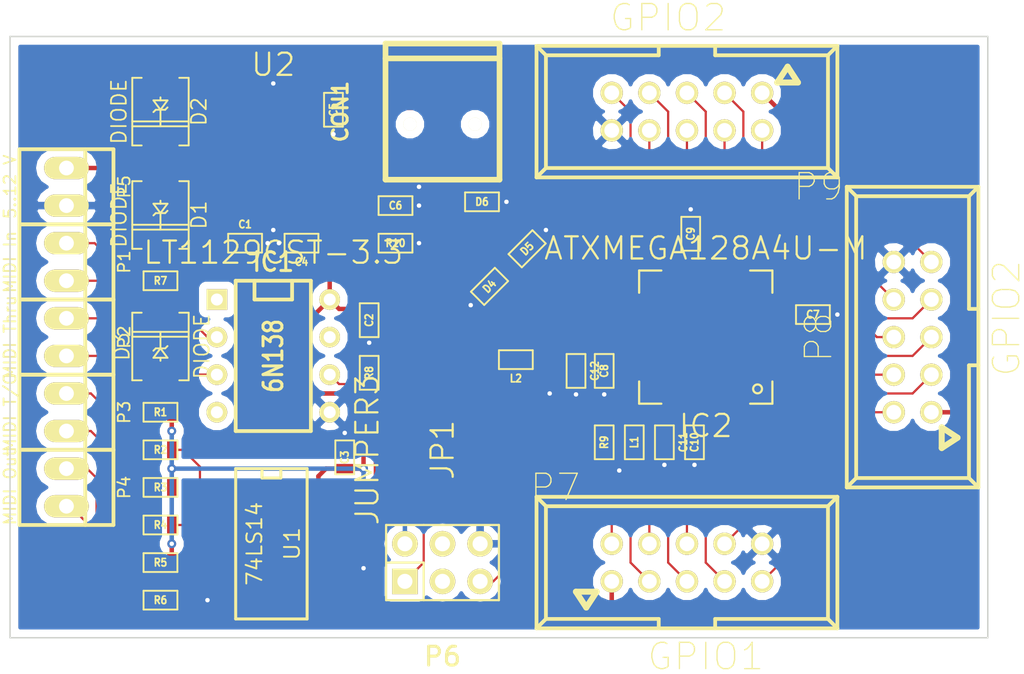
<source format=kicad_pcb>
(kicad_pcb (version 4) (host pcbnew "(2014-09-08 BZR 5122)-product")

  (general
    (links 121)
    (no_connects 4)
    (area 67.259999 123.139999 133.400001 163.880001)
    (thickness 1.6)
    (drawings 4)
    (tracks 408)
    (zones 0)
    (modules 45)
    (nets 68)
  )

  (page A4)
  (layers
    (0 F.Cu signal)
    (31 B.Cu signal)
    (32 B.Adhes user)
    (33 F.Adhes user)
    (34 B.Paste user)
    (35 F.Paste user)
    (36 B.SilkS user)
    (37 F.SilkS user)
    (38 B.Mask user)
    (39 F.Mask user)
    (40 Dwgs.User user)
    (41 Cmts.User user)
    (42 Eco1.User user)
    (43 Eco2.User user)
    (44 Edge.Cuts user)
    (45 Margin user)
    (46 B.CrtYd user)
    (47 F.CrtYd user)
    (48 B.Fab user)
    (49 F.Fab user)
  )

  (setup
    (last_trace_width 0.15)
    (trace_clearance 0.15)
    (zone_clearance 0.508)
    (zone_45_only yes)
    (trace_min 0.15)
    (segment_width 0.2)
    (edge_width 0.1)
    (via_size 0.6)
    (via_drill 0.3)
    (via_min_size 0.6)
    (via_min_drill 0.3)
    (uvia_size 0.508)
    (uvia_drill 0.127)
    (uvias_allowed no)
    (uvia_min_size 0.508)
    (uvia_min_drill 0.127)
    (pcb_text_width 0.3)
    (pcb_text_size 1.5 1.5)
    (mod_edge_width 0.15)
    (mod_text_size 1 1)
    (mod_text_width 0.15)
    (pad_size 1.5 1.5)
    (pad_drill 0.6)
    (pad_to_mask_clearance 0)
    (aux_axis_origin 0 0)
    (visible_elements FFFFFF1F)
    (pcbplotparams
      (layerselection 0x00030_80000001)
      (usegerberextensions false)
      (excludeedgelayer true)
      (linewidth 0.100000)
      (plotframeref false)
      (viasonmask false)
      (mode 1)
      (useauxorigin false)
      (hpglpennumber 1)
      (hpglpenspeed 20)
      (hpglpendiameter 15)
      (hpglpenoverlay 2)
      (psnegative false)
      (psa4output false)
      (plotreference true)
      (plotvalue true)
      (plotinvisibletext false)
      (padsonsilk false)
      (subtractmaskfromsilk false)
      (outputformat 1)
      (mirror false)
      (drillshape 1)
      (scaleselection 1)
      (outputdirectory ""))
  )

  (net 0 "")
  (net 1 "Net-(C1-Pad1)")
  (net 2 GND)
  (net 3 VBUS)
  (net 4 "Net-(C10-Pad1)")
  (net 5 "Net-(C12-Pad1)")
  (net 6 "Net-(CON1-Pad2)")
  (net 7 "Net-(CON1-Pad3)")
  (net 8 "Net-(CON1-Pad4)")
  (net 9 "Net-(CON1-Pad6)")
  (net 10 "Net-(D1-Pad1)")
  (net 11 "Net-(D3-Pad1)")
  (net 12 "Net-(D3-Pad2)")
  (net 13 RXD)
  (net 14 "Net-(IC2-Pad1)")
  (net 15 "Net-(IC2-Pad2)")
  (net 16 "Net-(IC2-Pad3)")
  (net 17 "Net-(IC2-Pad4)")
  (net 18 "Net-(IC2-Pad5)")
  (net 19 "Net-(IC2-Pad6)")
  (net 20 "Net-(IC2-Pad7)")
  (net 21 "Net-(IC2-Pad10)")
  (net 22 "Net-(IC2-Pad11)")
  (net 23 "Net-(IC2-Pad12)")
  (net 24 "Net-(IC2-Pad13)")
  (net 25 "Net-(IC2-Pad14)")
  (net 26 "Net-(IC2-Pad15)")
  (net 27 "Net-(IC2-Pad16)")
  (net 28 "Net-(IC2-Pad17)")
  (net 29 "Net-(IC2-Pad20)")
  (net 30 "Net-(IC2-Pad21)")
  (net 31 "Net-(IC2-Pad22)")
  (net 32 "Net-(IC2-Pad23)")
  (net 33 "Net-(IC2-Pad24)")
  (net 34 "Net-(IC2-Pad25)")
  (net 35 "Net-(IC2-Pad28)")
  (net 36 "Net-(IC2-Pad29)")
  (net 37 TXD)
  (net 38 "Net-(IC2-Pad34)")
  (net 39 "Net-(IC2-Pad35)")
  (net 40 "Net-(IC2-Pad36)")
  (net 41 "Net-(IC2-Pad37)")
  (net 42 "Net-(IC2-Pad40)")
  (net 43 "Net-(IC2-Pad41)")
  (net 44 "Net-(IC2-Pad42)")
  (net 45 "Net-(IC2-Pad43)")
  (net 46 "Net-(IC2-Pad44)")
  (net 47 "Net-(JP1-Pad2)")
  (net 48 "Net-(P1-Pad1)")
  (net 49 "Net-(P2-Pad1)")
  (net 50 "Net-(P2-Pad2)")
  (net 51 "Net-(P3-Pad1)")
  (net 52 "Net-(P3-Pad2)")
  (net 53 "Net-(P4-Pad1)")
  (net 54 "Net-(P4-Pad2)")
  (net 55 "Net-(P6-Pad3)")
  (net 56 "Net-(P6-Pad4)")
  (net 57 "Net-(R2-Pad1)")
  (net 58 "Net-(R4-Pad1)")
  (net 59 "Net-(R6-Pad1)")
  (net 60 "Net-(U1-Pad1)")
  (net 61 "Net-(U1-Pad10)")
  (net 62 "Net-(IC1-Pad7)")
  (net 63 "Net-(U1-Pad5)")
  (net 64 +3.3V)
  (net 65 "Net-(C6-Pad2)")
  (net 66 "Net-(CON1-Pad7)")
  (net 67 "Net-(CON1-Pad9)")

  (net_class Default "This is the default net class."
    (clearance 0.15)
    (trace_width 0.15)
    (via_dia 0.6)
    (via_drill 0.3)
    (uvia_dia 0.508)
    (uvia_drill 0.127)
    (add_net +3.3V)
    (add_net "Net-(C6-Pad2)")
    (add_net "Net-(CON1-Pad4)")
    (add_net "Net-(CON1-Pad6)")
    (add_net "Net-(CON1-Pad7)")
    (add_net "Net-(CON1-Pad9)")
    (add_net "Net-(D3-Pad1)")
    (add_net "Net-(D3-Pad2)")
    (add_net "Net-(IC1-Pad7)")
    (add_net "Net-(IC2-Pad1)")
    (add_net "Net-(IC2-Pad10)")
    (add_net "Net-(IC2-Pad11)")
    (add_net "Net-(IC2-Pad12)")
    (add_net "Net-(IC2-Pad13)")
    (add_net "Net-(IC2-Pad14)")
    (add_net "Net-(IC2-Pad15)")
    (add_net "Net-(IC2-Pad16)")
    (add_net "Net-(IC2-Pad17)")
    (add_net "Net-(IC2-Pad2)")
    (add_net "Net-(IC2-Pad20)")
    (add_net "Net-(IC2-Pad21)")
    (add_net "Net-(IC2-Pad22)")
    (add_net "Net-(IC2-Pad23)")
    (add_net "Net-(IC2-Pad24)")
    (add_net "Net-(IC2-Pad25)")
    (add_net "Net-(IC2-Pad28)")
    (add_net "Net-(IC2-Pad29)")
    (add_net "Net-(IC2-Pad3)")
    (add_net "Net-(IC2-Pad34)")
    (add_net "Net-(IC2-Pad35)")
    (add_net "Net-(IC2-Pad36)")
    (add_net "Net-(IC2-Pad37)")
    (add_net "Net-(IC2-Pad4)")
    (add_net "Net-(IC2-Pad40)")
    (add_net "Net-(IC2-Pad41)")
    (add_net "Net-(IC2-Pad42)")
    (add_net "Net-(IC2-Pad43)")
    (add_net "Net-(IC2-Pad44)")
    (add_net "Net-(IC2-Pad5)")
    (add_net "Net-(IC2-Pad6)")
    (add_net "Net-(IC2-Pad7)")
    (add_net "Net-(JP1-Pad2)")
    (add_net "Net-(P1-Pad1)")
    (add_net "Net-(P2-Pad1)")
    (add_net "Net-(P2-Pad2)")
    (add_net "Net-(P3-Pad1)")
    (add_net "Net-(P3-Pad2)")
    (add_net "Net-(P4-Pad1)")
    (add_net "Net-(P4-Pad2)")
    (add_net "Net-(P6-Pad3)")
    (add_net "Net-(P6-Pad4)")
    (add_net "Net-(R2-Pad1)")
    (add_net "Net-(R4-Pad1)")
    (add_net "Net-(R6-Pad1)")
    (add_net "Net-(U1-Pad1)")
    (add_net "Net-(U1-Pad10)")
    (add_net "Net-(U1-Pad5)")
    (add_net RXD)
    (add_net TXD)
  )

  (net_class Power ""
    (clearance 0.15)
    (trace_width 0.3)
    (via_dia 0.6)
    (via_drill 0.3)
    (uvia_dia 0.508)
    (uvia_drill 0.127)
    (add_net GND)
    (add_net "Net-(C1-Pad1)")
    (add_net "Net-(C10-Pad1)")
    (add_net "Net-(C12-Pad1)")
    (add_net "Net-(D1-Pad1)")
    (add_net VBUS)
  )

  (net_class USB ""
    (clearance 0.15)
    (trace_width 0.3)
    (via_dia 0.6)
    (via_drill 0.3)
    (uvia_dia 0.508)
    (uvia_drill 0.127)
    (add_net "Net-(CON1-Pad2)")
    (add_net "Net-(CON1-Pad3)")
  )

  (module SMD_Packages:SMD-0603 placed (layer F.Cu) (tedit 546B4775) (tstamp 546B55E8)
    (at 83.185 137.16)
    (path /53CAA38D)
    (attr smd)
    (fp_text reference C1 (at 0 -1.27) (layer F.SilkS)
      (effects (font (size 0.508 0.4572) (thickness 0.1143)))
    )
    (fp_text value 10u (at 0 0) (layer F.SilkS) hide
      (effects (font (size 0.508 0.4572) (thickness 0.1143)))
    )
    (fp_line (start -1.143 -0.635) (end 1.143 -0.635) (layer F.SilkS) (width 0.127))
    (fp_line (start 1.143 -0.635) (end 1.143 0.635) (layer F.SilkS) (width 0.127))
    (fp_line (start 1.143 0.635) (end -1.143 0.635) (layer F.SilkS) (width 0.127))
    (fp_line (start -1.143 0.635) (end -1.143 -0.635) (layer F.SilkS) (width 0.127))
    (pad 1 smd rect (at -0.762 0) (size 0.635 1.143) (layers F.Cu F.Paste F.Mask)
      (net 1 "Net-(C1-Pad1)"))
    (pad 2 smd rect (at 0.762 0) (size 0.635 1.143) (layers F.Cu F.Paste F.Mask)
      (net 2 GND))
    (model smd\resistors\R0603.wrl
      (at (xyz 0 0 0.001))
      (scale (xyz 0.5 0.5 0.5))
      (rotate (xyz 0 0 0))
    )
  )

  (module SMD_Packages:SMD-0603 placed (layer F.Cu) (tedit 546B476C) (tstamp 546C9EF5)
    (at 86.995 137.16 180)
    (path /53CABAC9)
    (attr smd)
    (fp_text reference C4 (at 0 -1.27 180) (layer F.SilkS)
      (effects (font (size 0.508 0.4572) (thickness 0.1143)))
    )
    (fp_text value 10u (at 0 0 180) (layer F.SilkS) hide
      (effects (font (size 0.508 0.4572) (thickness 0.1143)))
    )
    (fp_line (start -1.143 -0.635) (end 1.143 -0.635) (layer F.SilkS) (width 0.127))
    (fp_line (start 1.143 -0.635) (end 1.143 0.635) (layer F.SilkS) (width 0.127))
    (fp_line (start 1.143 0.635) (end -1.143 0.635) (layer F.SilkS) (width 0.127))
    (fp_line (start -1.143 0.635) (end -1.143 -0.635) (layer F.SilkS) (width 0.127))
    (pad 1 smd rect (at -0.762 0 180) (size 0.635 1.143) (layers F.Cu F.Paste F.Mask)
      (net 64 +3.3V))
    (pad 2 smd rect (at 0.762 0 180) (size 0.635 1.143) (layers F.Cu F.Paste F.Mask)
      (net 2 GND))
    (model smd\resistors\R0603.wrl
      (at (xyz 0 0 0.001))
      (scale (xyz 0.5 0.5 0.5))
      (rotate (xyz 0 0 0))
    )
  )

  (module SMD_Packages:SMD-0603 placed (layer F.Cu) (tedit 546B46C7) (tstamp 546B7DF4)
    (at 111.506 150.622 270)
    (path /53CA9C01)
    (attr smd)
    (fp_text reference C11 (at 0 -1.27 270) (layer F.SilkS)
      (effects (font (size 0.508 0.4572) (thickness 0.1143)))
    )
    (fp_text value 10u (at 0 0 270) (layer F.SilkS) hide
      (effects (font (size 0.508 0.4572) (thickness 0.1143)))
    )
    (fp_line (start -1.143 -0.635) (end 1.143 -0.635) (layer F.SilkS) (width 0.127))
    (fp_line (start 1.143 -0.635) (end 1.143 0.635) (layer F.SilkS) (width 0.127))
    (fp_line (start 1.143 0.635) (end -1.143 0.635) (layer F.SilkS) (width 0.127))
    (fp_line (start -1.143 0.635) (end -1.143 -0.635) (layer F.SilkS) (width 0.127))
    (pad 1 smd rect (at -0.762 0 270) (size 0.635 1.143) (layers F.Cu F.Paste F.Mask)
      (net 4 "Net-(C10-Pad1)"))
    (pad 2 smd rect (at 0.762 0 270) (size 0.635 1.143) (layers F.Cu F.Paste F.Mask)
      (net 2 GND))
    (model smd\resistors\R0603.wrl
      (at (xyz 0 0 0.001))
      (scale (xyz 0.5 0.5 0.5))
      (rotate (xyz 0 0 0))
    )
  )

  (module SMD_Packages:SMD-0603 placed (layer F.Cu) (tedit 546B464C) (tstamp 5435852E)
    (at 105.537 145.796 270)
    (path /53CA95EC)
    (attr smd)
    (fp_text reference C12 (at 0 -1.27 270) (layer F.SilkS)
      (effects (font (size 0.508 0.4572) (thickness 0.1143)))
    )
    (fp_text value 10u (at 0 0 270) (layer F.SilkS) hide
      (effects (font (size 0.508 0.4572) (thickness 0.1143)))
    )
    (fp_line (start -1.143 -0.635) (end 1.143 -0.635) (layer F.SilkS) (width 0.127))
    (fp_line (start 1.143 -0.635) (end 1.143 0.635) (layer F.SilkS) (width 0.127))
    (fp_line (start 1.143 0.635) (end -1.143 0.635) (layer F.SilkS) (width 0.127))
    (fp_line (start -1.143 0.635) (end -1.143 -0.635) (layer F.SilkS) (width 0.127))
    (pad 1 smd rect (at -0.762 0 270) (size 0.635 1.143) (layers F.Cu F.Paste F.Mask)
      (net 5 "Net-(C12-Pad1)"))
    (pad 2 smd rect (at 0.762 0 270) (size 0.635 1.143) (layers F.Cu F.Paste F.Mask)
      (net 2 GND))
    (model smd\resistors\R0603.wrl
      (at (xyz 0 0 0.001))
      (scale (xyz 0.5 0.5 0.5))
      (rotate (xyz 0 0 0))
    )
  )

  (module Connect:USB_MINI_B placed (layer F.Cu) (tedit 54357C6D) (tstamp 546CA447)
    (at 96.52 128.27 270)
    (descr "USB Mini-B 5-pin SMD connector")
    (tags "USB, Mini-B, connector")
    (path /53C6D9DB)
    (fp_text reference CON1 (at 0 6.90118 270) (layer F.SilkS)
      (effects (font (size 1.016 1.016) (thickness 0.2032)))
    )
    (fp_text value USB-MINI-B (at 0 -7.0993 270) (layer F.SilkS) hide
      (effects (font (size 1.016 1.016) (thickness 0.2032)))
    )
    (fp_line (start -3.59918 -3.85064) (end -3.59918 3.85064) (layer F.SilkS) (width 0.381))
    (fp_line (start -4.59994 -3.85064) (end -4.59994 3.85064) (layer F.SilkS) (width 0.381))
    (fp_line (start -4.59994 3.85064) (end 4.59994 3.85064) (layer F.SilkS) (width 0.381))
    (fp_line (start 4.59994 3.85064) (end 4.59994 -3.85064) (layer F.SilkS) (width 0.381))
    (fp_line (start 4.59994 -3.85064) (end -4.59994 -3.85064) (layer F.SilkS) (width 0.381))
    (pad 1 smd rect (at 3.44932 -1.6002 270) (size 2.30124 0.50038) (layers F.Cu F.Paste F.Mask)
      (net 3 VBUS))
    (pad 2 smd rect (at 3.44932 -0.8001 270) (size 2.30124 0.50038) (layers F.Cu F.Paste F.Mask)
      (net 6 "Net-(CON1-Pad2)"))
    (pad 3 smd rect (at 3.44932 0 270) (size 2.30124 0.50038) (layers F.Cu F.Paste F.Mask)
      (net 7 "Net-(CON1-Pad3)"))
    (pad 4 smd rect (at 3.44932 0.8001 270) (size 2.30124 0.50038) (layers F.Cu F.Paste F.Mask)
      (net 8 "Net-(CON1-Pad4)"))
    (pad 5 smd rect (at 3.44932 1.6002 270) (size 2.30124 0.50038) (layers F.Cu F.Paste F.Mask)
      (net 2 GND))
    (pad 6 smd rect (at 3.35026 -4.45008 270) (size 2.49936 1.99898) (layers F.Cu F.Paste F.Mask)
      (net 9 "Net-(CON1-Pad6)"))
    (pad 7 smd rect (at -2.14884 -4.45008 270) (size 2.49936 1.99898) (layers F.Cu F.Paste F.Mask)
      (net 66 "Net-(CON1-Pad7)"))
    (pad 8 smd rect (at 3.35026 4.45008 270) (size 2.49936 1.99898) (layers F.Cu F.Paste F.Mask)
      (net 65 "Net-(C6-Pad2)"))
    (pad 9 smd rect (at -2.14884 4.45008 270) (size 2.49936 1.99898) (layers F.Cu F.Paste F.Mask)
      (net 67 "Net-(CON1-Pad9)"))
    (pad "" np_thru_hole circle (at 0.8509 -2.19964 270) (size 0.89916 0.89916) (drill 0.89916) (layers *.Cu *.Mask F.SilkS))
    (pad 2 np_thru_hole circle (at 0.8509 2.19964 270) (size 0.89916 0.89916) (drill 0.89916) (layers *.Cu *.Mask F.SilkS)
      (net 6 "Net-(CON1-Pad2)"))
  )

  (module SMD_Packages:DO-214-AC_SMA placed (layer F.Cu) (tedit 54357C6D) (tstamp 5435855A)
    (at 77.47 135.255 270)
    (descr "DO-214AC (SMA)  PACKAGE.")
    (tags DO-214AC_SMA)
    (path /53CAA4CA)
    (attr smd)
    (fp_text reference D1 (at 0 -2.60096 270) (layer F.SilkS)
      (effects (font (size 1.00076 1.00076) (thickness 0.11938)))
    )
    (fp_text value DIODE (at 0 2.79908 270) (layer F.SilkS)
      (effects (font (size 1.00076 1.00076) (thickness 0.11938)))
    )
    (fp_line (start -0.762 0) (end -0.9652 0) (layer F.SilkS) (width 0.127))
    (fp_line (start -2.286 -1.905) (end 2.286 -1.905) (layer F.SilkS) (width 0.127))
    (fp_line (start 2.286 -1.905) (end 2.286 -1.27) (layer F.SilkS) (width 0.127))
    (fp_line (start 0.6604 1.905) (end 0.6604 -1.905) (layer F.SilkS) (width 0.127))
    (fp_line (start 0.9906 1.905) (end 0.9906 -1.905) (layer F.SilkS) (width 0.127))
    (fp_line (start -2.286 1.27) (end -2.286 1.905) (layer F.SilkS) (width 0.127))
    (fp_line (start -2.286 1.905) (end 2.286 1.905) (layer F.SilkS) (width 0.127))
    (fp_line (start 2.286 1.905) (end 2.286 1.27) (layer F.SilkS) (width 0.127))
    (fp_line (start -2.286 -1.27) (end -2.286 -1.905) (layer F.SilkS) (width 0.127))
    (fp_line (start -0.127 0) (end -0.762 -0.47498) (layer F.SilkS) (width 0.127))
    (fp_line (start -0.762 -0.47498) (end -0.762 0) (layer F.SilkS) (width 0.127))
    (fp_line (start -0.762 0) (end -0.762 0.47498) (layer F.SilkS) (width 0.127))
    (fp_line (start -0.762 0.47498) (end -0.127 0) (layer F.SilkS) (width 0.127))
    (fp_line (start -0.127 0) (end -0.127 -0.3175) (layer F.SilkS) (width 0.127))
    (fp_line (start -0.127 -0.3175) (end -0.28448 -0.47498) (layer F.SilkS) (width 0.127))
    (fp_line (start -0.127 0) (end -0.127 0.3175) (layer F.SilkS) (width 0.127))
    (fp_line (start -0.127 0.3175) (end 0.03048 0.47498) (layer F.SilkS) (width 0.127))
    (fp_line (start -0.127 0) (end 0.98298 0) (layer F.SilkS) (width 0.127))
    (pad 1 smd rect (at -1.89992 0 270) (size 1.6002 2.19964) (layers F.Cu F.Paste F.Mask)
      (net 10 "Net-(D1-Pad1)"))
    (pad 2 smd rect (at 1.89992 0 270) (size 1.6002 2.19964) (layers F.Cu F.Paste F.Mask)
      (net 1 "Net-(C1-Pad1)"))
    (model smd/do214.wrl
      (at (xyz 0 0 0))
      (scale (xyz 0.95 0.95 0.95))
      (rotate (xyz 0 0 0))
    )
  )

  (module SMD_Packages:DO-214-AC_SMA placed (layer F.Cu) (tedit 54357C6D) (tstamp 546CA41C)
    (at 77.47 128.27 270)
    (descr "DO-214AC (SMA)  PACKAGE.")
    (tags DO-214AC_SMA)
    (path /53CAB822)
    (attr smd)
    (fp_text reference D2 (at 0 -2.60096 270) (layer F.SilkS)
      (effects (font (size 1.00076 1.00076) (thickness 0.11938)))
    )
    (fp_text value DIODE (at 0 2.79908 270) (layer F.SilkS)
      (effects (font (size 1.00076 1.00076) (thickness 0.11938)))
    )
    (fp_line (start -0.762 0) (end -0.9652 0) (layer F.SilkS) (width 0.127))
    (fp_line (start -2.286 -1.905) (end 2.286 -1.905) (layer F.SilkS) (width 0.127))
    (fp_line (start 2.286 -1.905) (end 2.286 -1.27) (layer F.SilkS) (width 0.127))
    (fp_line (start 0.6604 1.905) (end 0.6604 -1.905) (layer F.SilkS) (width 0.127))
    (fp_line (start 0.9906 1.905) (end 0.9906 -1.905) (layer F.SilkS) (width 0.127))
    (fp_line (start -2.286 1.27) (end -2.286 1.905) (layer F.SilkS) (width 0.127))
    (fp_line (start -2.286 1.905) (end 2.286 1.905) (layer F.SilkS) (width 0.127))
    (fp_line (start 2.286 1.905) (end 2.286 1.27) (layer F.SilkS) (width 0.127))
    (fp_line (start -2.286 -1.27) (end -2.286 -1.905) (layer F.SilkS) (width 0.127))
    (fp_line (start -0.127 0) (end -0.762 -0.47498) (layer F.SilkS) (width 0.127))
    (fp_line (start -0.762 -0.47498) (end -0.762 0) (layer F.SilkS) (width 0.127))
    (fp_line (start -0.762 0) (end -0.762 0.47498) (layer F.SilkS) (width 0.127))
    (fp_line (start -0.762 0.47498) (end -0.127 0) (layer F.SilkS) (width 0.127))
    (fp_line (start -0.127 0) (end -0.127 -0.3175) (layer F.SilkS) (width 0.127))
    (fp_line (start -0.127 -0.3175) (end -0.28448 -0.47498) (layer F.SilkS) (width 0.127))
    (fp_line (start -0.127 0) (end -0.127 0.3175) (layer F.SilkS) (width 0.127))
    (fp_line (start -0.127 0.3175) (end 0.03048 0.47498) (layer F.SilkS) (width 0.127))
    (fp_line (start -0.127 0) (end 0.98298 0) (layer F.SilkS) (width 0.127))
    (pad 1 smd rect (at -1.89992 0 270) (size 1.6002 2.19964) (layers F.Cu F.Paste F.Mask)
      (net 3 VBUS))
    (pad 2 smd rect (at 1.89992 0 270) (size 1.6002 2.19964) (layers F.Cu F.Paste F.Mask)
      (net 1 "Net-(C1-Pad1)"))
    (model smd/do214.wrl
      (at (xyz 0 0 0))
      (scale (xyz 0.95 0.95 0.95))
      (rotate (xyz 0 0 0))
    )
  )

  (module SMD_Packages:DO-214-AC_SMA placed (layer F.Cu) (tedit 54357C6D) (tstamp 546C9F73)
    (at 77.47 144.145 90)
    (descr "DO-214AC (SMA)  PACKAGE.")
    (tags DO-214AC_SMA)
    (path /53C950D4)
    (attr smd)
    (fp_text reference D3 (at 0 -2.60096 90) (layer F.SilkS)
      (effects (font (size 1.00076 1.00076) (thickness 0.11938)))
    )
    (fp_text value DIODE (at 0 2.79908 90) (layer F.SilkS)
      (effects (font (size 1.00076 1.00076) (thickness 0.11938)))
    )
    (fp_line (start -0.762 0) (end -0.9652 0) (layer F.SilkS) (width 0.127))
    (fp_line (start -2.286 -1.905) (end 2.286 -1.905) (layer F.SilkS) (width 0.127))
    (fp_line (start 2.286 -1.905) (end 2.286 -1.27) (layer F.SilkS) (width 0.127))
    (fp_line (start 0.6604 1.905) (end 0.6604 -1.905) (layer F.SilkS) (width 0.127))
    (fp_line (start 0.9906 1.905) (end 0.9906 -1.905) (layer F.SilkS) (width 0.127))
    (fp_line (start -2.286 1.27) (end -2.286 1.905) (layer F.SilkS) (width 0.127))
    (fp_line (start -2.286 1.905) (end 2.286 1.905) (layer F.SilkS) (width 0.127))
    (fp_line (start 2.286 1.905) (end 2.286 1.27) (layer F.SilkS) (width 0.127))
    (fp_line (start -2.286 -1.27) (end -2.286 -1.905) (layer F.SilkS) (width 0.127))
    (fp_line (start -0.127 0) (end -0.762 -0.47498) (layer F.SilkS) (width 0.127))
    (fp_line (start -0.762 -0.47498) (end -0.762 0) (layer F.SilkS) (width 0.127))
    (fp_line (start -0.762 0) (end -0.762 0.47498) (layer F.SilkS) (width 0.127))
    (fp_line (start -0.762 0.47498) (end -0.127 0) (layer F.SilkS) (width 0.127))
    (fp_line (start -0.127 0) (end -0.127 -0.3175) (layer F.SilkS) (width 0.127))
    (fp_line (start -0.127 -0.3175) (end -0.28448 -0.47498) (layer F.SilkS) (width 0.127))
    (fp_line (start -0.127 0) (end -0.127 0.3175) (layer F.SilkS) (width 0.127))
    (fp_line (start -0.127 0.3175) (end 0.03048 0.47498) (layer F.SilkS) (width 0.127))
    (fp_line (start -0.127 0) (end 0.98298 0) (layer F.SilkS) (width 0.127))
    (pad 1 smd rect (at -1.89992 0 90) (size 1.6002 2.19964) (layers F.Cu F.Paste F.Mask)
      (net 11 "Net-(D3-Pad1)"))
    (pad 2 smd rect (at 1.89992 0 90) (size 1.6002 2.19964) (layers F.Cu F.Paste F.Mask)
      (net 12 "Net-(D3-Pad2)"))
    (model smd/do214.wrl
      (at (xyz 0 0 0))
      (scale (xyz 0.95 0.95 0.95))
      (rotate (xyz 0 0 0))
    )
  )

  (module SMD_Packages:QFN-44-1EP placed (layer F.Cu) (tedit 54357C6D) (tstamp 546CBCE6)
    (at 114.3 143.51 180)
    (descr "7x7mm QFN 44+1 pads")
    (tags "QFN VQFN")
    (path /53C6C32C)
    (attr smd)
    (fp_text reference IC2 (at 0 -6 180) (layer F.SilkS)
      (effects (font (size 1.5 1.5) (thickness 0.15)))
    )
    (fp_text value ATXMEGA128A4U-M (at 0 6 180) (layer F.SilkS)
      (effects (font (size 1.5 1.5) (thickness 0.15)))
    )
    (fp_line (start 4.5 -4.5) (end 4.5 -3) (layer F.SilkS) (width 0.15))
    (fp_line (start 3 4.5) (end 4.5 4.5) (layer F.SilkS) (width 0.15))
    (fp_line (start 4.5 4.5) (end 4.5 3) (layer F.SilkS) (width 0.15))
    (fp_line (start 3 -4.5) (end 4.5 -4.5) (layer F.SilkS) (width 0.15))
    (fp_line (start -4.5 3) (end -4.5 4.5) (layer F.SilkS) (width 0.15))
    (fp_line (start -4.5 4.5) (end -3 4.5) (layer F.SilkS) (width 0.15))
    (fp_line (start -4.5 -3) (end -4.5 -4.5) (layer F.SilkS) (width 0.15))
    (fp_line (start -4.5 -4.5) (end -3 -4.5) (layer F.SilkS) (width 0.15))
    (fp_circle (center -3.5 -3.5) (end -3.8 -3.5) (layer F.SilkS) (width 0.15))
    (pad 1 smd rect (at -4.5 -2.5 180) (size 0.84 0.23) (drill (offset 0.22 0)) (layers F.Cu F.Paste F.Mask)
      (net 14 "Net-(IC2-Pad1)"))
    (pad 2 smd rect (at -4.5 -2 180) (size 0.84 0.23) (drill (offset 0.22 0)) (layers F.Cu F.Paste F.Mask)
      (net 15 "Net-(IC2-Pad2)"))
    (pad 3 smd rect (at -4.5 -1.5 180) (size 0.84 0.23) (drill (offset 0.22 0)) (layers F.Cu F.Paste F.Mask)
      (net 16 "Net-(IC2-Pad3)"))
    (pad 4 smd rect (at -4.5 -1 180) (size 0.84 0.23) (drill (offset 0.22 0)) (layers F.Cu F.Paste F.Mask)
      (net 17 "Net-(IC2-Pad4)"))
    (pad 5 smd rect (at -4.5 -0.5 180) (size 0.84 0.23) (drill (offset 0.22 0)) (layers F.Cu F.Paste F.Mask)
      (net 18 "Net-(IC2-Pad5)"))
    (pad 6 smd rect (at -4.5 0 180) (size 0.84 0.23) (drill (offset 0.22 0)) (layers F.Cu F.Paste F.Mask)
      (net 19 "Net-(IC2-Pad6)"))
    (pad 7 smd rect (at -4.5 0.5 180) (size 0.84 0.23) (drill (offset 0.22 0)) (layers F.Cu F.Paste F.Mask)
      (net 20 "Net-(IC2-Pad7)"))
    (pad 8 smd rect (at -4.5 1 180) (size 0.84 0.23) (drill (offset 0.22 0)) (layers F.Cu F.Paste F.Mask)
      (net 2 GND))
    (pad 9 smd rect (at -4.5 1.5 180) (size 0.84 0.23) (drill (offset 0.22 0)) (layers F.Cu F.Paste F.Mask)
      (net 5 "Net-(C12-Pad1)"))
    (pad 10 smd rect (at -4.5 2 180) (size 0.84 0.23) (drill (offset 0.22 0)) (layers F.Cu F.Paste F.Mask)
      (net 21 "Net-(IC2-Pad10)"))
    (pad 11 smd rect (at -4.5 2.5 180) (size 0.84 0.23) (drill (offset 0.22 0)) (layers F.Cu F.Paste F.Mask)
      (net 22 "Net-(IC2-Pad11)"))
    (pad 12 smd rect (at -2.5 4.5 180) (size 0.23 0.84) (drill (offset 0 -0.22)) (layers F.Cu F.Paste F.Mask)
      (net 23 "Net-(IC2-Pad12)"))
    (pad 13 smd rect (at -2 4.5 180) (size 0.23 0.84) (drill (offset 0 -0.22)) (layers F.Cu F.Paste F.Mask)
      (net 24 "Net-(IC2-Pad13)"))
    (pad 14 smd rect (at -1.5 4.5 180) (size 0.23 0.84) (drill (offset 0 -0.22)) (layers F.Cu F.Paste F.Mask)
      (net 25 "Net-(IC2-Pad14)"))
    (pad 15 smd rect (at -1 4.5 180) (size 0.23 0.84) (drill (offset 0 -0.22)) (layers F.Cu F.Paste F.Mask)
      (net 26 "Net-(IC2-Pad15)"))
    (pad 16 smd rect (at -0.5 4.5 180) (size 0.23 0.84) (drill (offset 0 -0.22)) (layers F.Cu F.Paste F.Mask)
      (net 27 "Net-(IC2-Pad16)"))
    (pad 17 smd rect (at 0 4.5 180) (size 0.23 0.84) (drill (offset 0 -0.22)) (layers F.Cu F.Paste F.Mask)
      (net 28 "Net-(IC2-Pad17)"))
    (pad 18 smd rect (at 0.5 4.5 180) (size 0.23 0.84) (drill (offset 0 -0.22)) (layers F.Cu F.Paste F.Mask)
      (net 2 GND))
    (pad 19 smd rect (at 1 4.5 180) (size 0.23 0.84) (drill (offset 0 -0.22)) (layers F.Cu F.Paste F.Mask)
      (net 5 "Net-(C12-Pad1)"))
    (pad 20 smd rect (at 1.5 4.5 180) (size 0.23 0.84) (drill (offset 0 -0.22)) (layers F.Cu F.Paste F.Mask)
      (net 29 "Net-(IC2-Pad20)"))
    (pad 21 smd rect (at 2 4.5 180) (size 0.23 0.84) (drill (offset 0 -0.22)) (layers F.Cu F.Paste F.Mask)
      (net 30 "Net-(IC2-Pad21)"))
    (pad 22 smd rect (at 2.5 4.5 180) (size 0.23 0.84) (drill (offset 0 -0.22)) (layers F.Cu F.Paste F.Mask)
      (net 31 "Net-(IC2-Pad22)"))
    (pad 23 smd rect (at 4.5 2.5 180) (size 0.84 0.23) (drill (offset -0.22 0)) (layers F.Cu F.Paste F.Mask)
      (net 32 "Net-(IC2-Pad23)"))
    (pad 24 smd rect (at 4.5 2 180) (size 0.84 0.23) (drill (offset -0.22 0)) (layers F.Cu F.Paste F.Mask)
      (net 33 "Net-(IC2-Pad24)"))
    (pad 25 smd rect (at 4.5 1.5 180) (size 0.84 0.23) (drill (offset -0.22 0)) (layers F.Cu F.Paste F.Mask)
      (net 34 "Net-(IC2-Pad25)"))
    (pad 26 smd rect (at 4.5 1 180) (size 0.84 0.23) (drill (offset -0.22 0)) (layers F.Cu F.Paste F.Mask)
      (net 6 "Net-(CON1-Pad2)"))
    (pad 27 smd rect (at 4.5 0.5 180) (size 0.84 0.23) (drill (offset -0.22 0)) (layers F.Cu F.Paste F.Mask)
      (net 7 "Net-(CON1-Pad3)"))
    (pad 28 smd rect (at 4.5 0 180) (size 0.84 0.23) (drill (offset -0.22 0)) (layers F.Cu F.Paste F.Mask)
      (net 35 "Net-(IC2-Pad28)"))
    (pad 29 smd rect (at 4.5 -0.5 180) (size 0.84 0.23) (drill (offset -0.22 0)) (layers F.Cu F.Paste F.Mask)
      (net 36 "Net-(IC2-Pad29)"))
    (pad 30 smd rect (at 4.5 -1 180) (size 0.84 0.23) (drill (offset -0.22 0)) (layers F.Cu F.Paste F.Mask)
      (net 2 GND))
    (pad 31 smd rect (at 4.5 -1.5 180) (size 0.84 0.23) (drill (offset -0.22 0)) (layers F.Cu F.Paste F.Mask)
      (net 5 "Net-(C12-Pad1)"))
    (pad 32 smd rect (at 4.5 -2 180) (size 0.84 0.23) (drill (offset -0.22 0)) (layers F.Cu F.Paste F.Mask)
      (net 13 RXD))
    (pad 33 smd rect (at 4.5 -2.5 180) (size 0.84 0.23) (drill (offset -0.22 0)) (layers F.Cu F.Paste F.Mask)
      (net 37 TXD))
    (pad 34 smd rect (at 2.5 -4.5 180) (size 0.23 0.84) (drill (offset 0 0.22)) (layers F.Cu F.Paste F.Mask)
      (net 38 "Net-(IC2-Pad34)"))
    (pad 35 smd rect (at 2 -4.5 180) (size 0.23 0.84) (drill (offset 0 0.22)) (layers F.Cu F.Paste F.Mask)
      (net 39 "Net-(IC2-Pad35)"))
    (pad 36 smd rect (at 1.5 -4.5 180) (size 0.23 0.84) (drill (offset 0 0.22)) (layers F.Cu F.Paste F.Mask)
      (net 40 "Net-(IC2-Pad36)"))
    (pad 37 smd rect (at 1 -4.5 180) (size 0.23 0.84) (drill (offset 0 0.22)) (layers F.Cu F.Paste F.Mask)
      (net 41 "Net-(IC2-Pad37)"))
    (pad 38 smd rect (at 0.5 -4.5 180) (size 0.23 0.84) (drill (offset 0 0.22)) (layers F.Cu F.Paste F.Mask)
      (net 2 GND))
    (pad 39 smd rect (at 0 -4.5 180) (size 0.23 0.84) (drill (offset 0 0.22)) (layers F.Cu F.Paste F.Mask)
      (net 4 "Net-(C10-Pad1)"))
    (pad 40 smd rect (at -0.5 -4.5 180) (size 0.23 0.84) (drill (offset 0 0.22)) (layers F.Cu F.Paste F.Mask)
      (net 42 "Net-(IC2-Pad40)"))
    (pad 41 smd rect (at -1 -4.5 180) (size 0.23 0.84) (drill (offset 0 0.22)) (layers F.Cu F.Paste F.Mask)
      (net 43 "Net-(IC2-Pad41)"))
    (pad 42 smd rect (at -1.5 -4.5 180) (size 0.23 0.84) (drill (offset 0 0.22)) (layers F.Cu F.Paste F.Mask)
      (net 44 "Net-(IC2-Pad42)"))
    (pad 43 smd rect (at -2 -4.5 180) (size 0.23 0.84) (drill (offset 0 0.22)) (layers F.Cu F.Paste F.Mask)
      (net 45 "Net-(IC2-Pad43)"))
    (pad 44 smd rect (at -2.5 -4.5 180) (size 0.23 0.84) (drill (offset 0 0.22)) (layers F.Cu F.Paste F.Mask)
      (net 46 "Net-(IC2-Pad44)"))
    (pad 45 smd rect (at 0 0 180) (size 5.2 5.2) (layers F.Cu F.Paste F.Mask)
      (net 2 GND))
  )

  (module Solderjumper:SJ3 placed (layer F.Cu) (tedit 542F0255) (tstamp 546B8051)
    (at 93.98 151.13 270)
    (path /53C945F1)
    (fp_text reference JP1 (at 0 -2.54 270) (layer F.SilkS)
      (effects (font (size 1.5 1.5) (thickness 0.15)))
    )
    (fp_text value JUMPER3 (at 0 2.54 270) (layer F.SilkS)
      (effects (font (size 1.5 1.5) (thickness 0.15)))
    )
    (pad 2 smd rect (at 0 0 270) (size 1 1) (layers F.Cu F.Paste F.Mask)
      (net 47 "Net-(JP1-Pad2)"))
    (pad 1 smd rect (at -1.3 0 270) (size 1 1) (layers F.Cu F.Paste F.Mask)
      (net 13 RXD))
    (pad 3 smd rect (at 1.3 0 270) (size 1 1) (layers F.Cu F.Paste F.Mask)
      (net 37 TXD))
  )

  (module SMD_Packages:SMD-0603 placed (layer F.Cu) (tedit 546B8194) (tstamp 54358616)
    (at 101.473 145.034)
    (path /53CA9FF7)
    (attr smd)
    (fp_text reference L2 (at 0 1.27) (layer F.SilkS)
      (effects (font (size 0.508 0.4572) (thickness 0.1143)))
    )
    (fp_text value 10u (at 0 0) (layer F.SilkS) hide
      (effects (font (size 0.508 0.4572) (thickness 0.1143)))
    )
    (fp_line (start -1.143 -0.635) (end 1.143 -0.635) (layer F.SilkS) (width 0.127))
    (fp_line (start 1.143 -0.635) (end 1.143 0.635) (layer F.SilkS) (width 0.127))
    (fp_line (start 1.143 0.635) (end -1.143 0.635) (layer F.SilkS) (width 0.127))
    (fp_line (start -1.143 0.635) (end -1.143 -0.635) (layer F.SilkS) (width 0.127))
    (pad 1 smd rect (at -0.762 0) (size 0.635 1.143) (layers F.Cu F.Paste F.Mask)
      (net 64 +3.3V))
    (pad 2 smd rect (at 0.762 0) (size 0.635 1.143) (layers F.Cu F.Paste F.Mask)
      (net 5 "Net-(C12-Pad1)"))
    (model smd\resistors\R0603.wrl
      (at (xyz 0 0 0.001))
      (scale (xyz 0.5 0.5 0.5))
      (rotate (xyz 0 0 0))
    )
  )

  (module Connect:PINHEAD1-2 placed (layer F.Cu) (tedit 54357C6D) (tstamp 54358621)
    (at 71.12 138.43 270)
    (path /53C94EC8)
    (attr virtual)
    (fp_text reference P1 (at 0 -3.9 270) (layer F.SilkS)
      (effects (font (size 0.8 0.8) (thickness 0.12)))
    )
    (fp_text value "MIDI In" (at 0 3.81 270) (layer F.SilkS)
      (effects (font (size 0.8 0.8) (thickness 0.12)))
    )
    (fp_line (start 2.54 -1.27) (end -2.54 -1.27) (layer F.SilkS) (width 0.254))
    (fp_line (start 2.54 3.175) (end -2.54 3.175) (layer F.SilkS) (width 0.254))
    (fp_line (start -2.54 -3.175) (end 2.54 -3.175) (layer F.SilkS) (width 0.254))
    (fp_line (start -2.54 -3.175) (end -2.54 3.175) (layer F.SilkS) (width 0.254))
    (fp_line (start 2.54 -3.175) (end 2.54 3.175) (layer F.SilkS) (width 0.254))
    (pad 1 thru_hole oval (at -1.27 0 270) (size 1.50622 3.01498) (drill 0.99822) (layers *.Cu *.Mask F.SilkS)
      (net 48 "Net-(P1-Pad1)"))
    (pad 2 thru_hole oval (at 1.27 0 270) (size 1.50622 3.01498) (drill 0.99822) (layers *.Cu *.Mask F.SilkS)
      (net 11 "Net-(D3-Pad1)"))
  )

  (module Connect:PINHEAD1-2 placed (layer F.Cu) (tedit 54357C6D) (tstamp 5435862C)
    (at 71.12 143.51 270)
    (path /53C94B31)
    (attr virtual)
    (fp_text reference P2 (at 0 -3.9 270) (layer F.SilkS)
      (effects (font (size 0.8 0.8) (thickness 0.12)))
    )
    (fp_text value "MIDI Thru" (at 0 3.81 270) (layer F.SilkS)
      (effects (font (size 0.8 0.8) (thickness 0.12)))
    )
    (fp_line (start 2.54 -1.27) (end -2.54 -1.27) (layer F.SilkS) (width 0.254))
    (fp_line (start 2.54 3.175) (end -2.54 3.175) (layer F.SilkS) (width 0.254))
    (fp_line (start -2.54 -3.175) (end 2.54 -3.175) (layer F.SilkS) (width 0.254))
    (fp_line (start -2.54 -3.175) (end -2.54 3.175) (layer F.SilkS) (width 0.254))
    (fp_line (start 2.54 -3.175) (end 2.54 3.175) (layer F.SilkS) (width 0.254))
    (pad 1 thru_hole oval (at -1.27 0 270) (size 1.50622 3.01498) (drill 0.99822) (layers *.Cu *.Mask F.SilkS)
      (net 49 "Net-(P2-Pad1)"))
    (pad 2 thru_hole oval (at 1.27 0 270) (size 1.50622 3.01498) (drill 0.99822) (layers *.Cu *.Mask F.SilkS)
      (net 50 "Net-(P2-Pad2)"))
  )

  (module Connect:PINHEAD1-2 placed (layer F.Cu) (tedit 54357C6D) (tstamp 54358637)
    (at 71.12 148.59 270)
    (path /53C94B3C)
    (attr virtual)
    (fp_text reference P3 (at 0 -3.9 270) (layer F.SilkS)
      (effects (font (size 0.8 0.8) (thickness 0.12)))
    )
    (fp_text value "MIDI T/O" (at 0 3.81 270) (layer F.SilkS)
      (effects (font (size 0.8 0.8) (thickness 0.12)))
    )
    (fp_line (start 2.54 -1.27) (end -2.54 -1.27) (layer F.SilkS) (width 0.254))
    (fp_line (start 2.54 3.175) (end -2.54 3.175) (layer F.SilkS) (width 0.254))
    (fp_line (start -2.54 -3.175) (end 2.54 -3.175) (layer F.SilkS) (width 0.254))
    (fp_line (start -2.54 -3.175) (end -2.54 3.175) (layer F.SilkS) (width 0.254))
    (fp_line (start 2.54 -3.175) (end 2.54 3.175) (layer F.SilkS) (width 0.254))
    (pad 1 thru_hole oval (at -1.27 0 270) (size 1.50622 3.01498) (drill 0.99822) (layers *.Cu *.Mask F.SilkS)
      (net 51 "Net-(P3-Pad1)"))
    (pad 2 thru_hole oval (at 1.27 0 270) (size 1.50622 3.01498) (drill 0.99822) (layers *.Cu *.Mask F.SilkS)
      (net 52 "Net-(P3-Pad2)"))
  )

  (module Connect:PINHEAD1-2 placed (layer F.Cu) (tedit 54357C6D) (tstamp 54358642)
    (at 71.12 153.67 270)
    (path /53C94B1F)
    (attr virtual)
    (fp_text reference P4 (at 0 -3.9 270) (layer F.SilkS)
      (effects (font (size 0.8 0.8) (thickness 0.12)))
    )
    (fp_text value "MIDI Out" (at 0 3.81 270) (layer F.SilkS)
      (effects (font (size 0.8 0.8) (thickness 0.12)))
    )
    (fp_line (start 2.54 -1.27) (end -2.54 -1.27) (layer F.SilkS) (width 0.254))
    (fp_line (start 2.54 3.175) (end -2.54 3.175) (layer F.SilkS) (width 0.254))
    (fp_line (start -2.54 -3.175) (end 2.54 -3.175) (layer F.SilkS) (width 0.254))
    (fp_line (start -2.54 -3.175) (end -2.54 3.175) (layer F.SilkS) (width 0.254))
    (fp_line (start 2.54 -3.175) (end 2.54 3.175) (layer F.SilkS) (width 0.254))
    (pad 1 thru_hole oval (at -1.27 0 270) (size 1.50622 3.01498) (drill 0.99822) (layers *.Cu *.Mask F.SilkS)
      (net 53 "Net-(P4-Pad1)"))
    (pad 2 thru_hole oval (at 1.27 0 270) (size 1.50622 3.01498) (drill 0.99822) (layers *.Cu *.Mask F.SilkS)
      (net 54 "Net-(P4-Pad2)"))
  )

  (module Connect:PINHEAD1-2 placed (layer F.Cu) (tedit 54357C6D) (tstamp 5435864D)
    (at 71.12 133.35 270)
    (path /53CAA6B4)
    (attr virtual)
    (fp_text reference P5 (at 0 -3.9 270) (layer F.SilkS)
      (effects (font (size 0.8 0.8) (thickness 0.12)))
    )
    (fp_text value "5..12 V" (at 0 3.81 270) (layer F.SilkS)
      (effects (font (size 0.8 0.8) (thickness 0.12)))
    )
    (fp_line (start 2.54 -1.27) (end -2.54 -1.27) (layer F.SilkS) (width 0.254))
    (fp_line (start 2.54 3.175) (end -2.54 3.175) (layer F.SilkS) (width 0.254))
    (fp_line (start -2.54 -3.175) (end 2.54 -3.175) (layer F.SilkS) (width 0.254))
    (fp_line (start -2.54 -3.175) (end -2.54 3.175) (layer F.SilkS) (width 0.254))
    (fp_line (start 2.54 -3.175) (end 2.54 3.175) (layer F.SilkS) (width 0.254))
    (pad 1 thru_hole oval (at -1.27 0 270) (size 1.50622 3.01498) (drill 0.99822) (layers *.Cu *.Mask F.SilkS)
      (net 10 "Net-(D1-Pad1)"))
    (pad 2 thru_hole oval (at 1.27 0 270) (size 1.50622 3.01498) (drill 0.99822) (layers *.Cu *.Mask F.SilkS)
      (net 2 GND))
  )

  (module Pin_Headers:Pin_Header_Straight_2x03 placed (layer F.Cu) (tedit 546B4614) (tstamp 546C95BD)
    (at 96.52 158.75)
    (descr "Through hole pin header")
    (tags "pin header")
    (path /53C6CF68)
    (fp_text reference P6 (at 0 6.35) (layer F.SilkS)
      (effects (font (size 1.27 1.27) (thickness 0.2032)))
    )
    (fp_text value PDI (at 0 0) (layer F.SilkS) hide
      (effects (font (size 1.27 1.27) (thickness 0.2032)))
    )
    (fp_line (start -3.81 0) (end -1.27 0) (layer F.SilkS) (width 0.15))
    (fp_line (start -1.27 0) (end -1.27 2.54) (layer F.SilkS) (width 0.15))
    (fp_line (start -3.81 2.54) (end 3.81 2.54) (layer F.SilkS) (width 0.15))
    (fp_line (start 3.81 2.54) (end 3.81 -2.54) (layer F.SilkS) (width 0.15))
    (fp_line (start 3.81 -2.54) (end -1.27 -2.54) (layer F.SilkS) (width 0.15))
    (fp_line (start -3.81 2.54) (end -3.81 0) (layer F.SilkS) (width 0.15))
    (fp_line (start -3.81 -2.54) (end -3.81 0) (layer F.SilkS) (width 0.15))
    (fp_line (start -1.27 -2.54) (end -3.81 -2.54) (layer F.SilkS) (width 0.15))
    (pad 1 thru_hole rect (at -2.54 1.27) (size 1.7272 1.7272) (drill 1.016) (layers *.Cu *.Mask F.SilkS)
      (net 38 "Net-(IC2-Pad34)"))
    (pad 2 thru_hole oval (at -2.54 -1.27) (size 1.7272 1.7272) (drill 1.016) (layers *.Cu *.Mask F.SilkS)
      (net 5 "Net-(C12-Pad1)"))
    (pad 3 thru_hole oval (at 0 1.27) (size 1.7272 1.7272) (drill 1.016) (layers *.Cu *.Mask F.SilkS)
      (net 55 "Net-(P6-Pad3)"))
    (pad 4 thru_hole oval (at 0 -1.27) (size 1.7272 1.7272) (drill 1.016) (layers *.Cu *.Mask F.SilkS)
      (net 56 "Net-(P6-Pad4)"))
    (pad 5 thru_hole oval (at 2.54 1.27) (size 1.7272 1.7272) (drill 1.016) (layers *.Cu *.Mask F.SilkS)
      (net 39 "Net-(IC2-Pad35)"))
    (pad 6 thru_hole oval (at 2.54 -1.27) (size 1.7272 1.7272) (drill 1.016) (layers *.Cu *.Mask F.SilkS)
      (net 2 GND))
    (model Pin_Headers/Pin_Header_Straight_2x03.wrl
      (at (xyz 0 0 0))
      (scale (xyz 1 1 1))
      (rotate (xyz 0 0 0))
    )
  )

  (module Connect:VASCH5x2 placed (layer F.Cu) (tedit 54357C6D) (tstamp 546CA1CE)
    (at 113.03 158.75)
    (descr CONNECTOR)
    (tags CONNECTOR)
    (path /53CAB25D)
    (attr virtual)
    (fp_text reference P7 (at -8.89 -5.08) (layer F.SilkS)
      (effects (font (size 1.778 1.778) (thickness 0.0889)))
    )
    (fp_text value GPIO1 (at 1.27 6.35) (layer F.SilkS)
      (effects (font (size 1.778 1.778) (thickness 0.0889)))
    )
    (fp_line (start -9.525 -3.81) (end -10.16 -4.445) (layer F.SilkS) (width 0.254))
    (fp_line (start -9.525 3.81) (end -10.16 4.445) (layer F.SilkS) (width 0.254))
    (fp_line (start 9.525 3.81) (end 10.16 4.445) (layer F.SilkS) (width 0.254))
    (fp_line (start 9.525 -3.81) (end 10.16 -4.445) (layer F.SilkS) (width 0.254))
    (fp_line (start 1.905 4.445) (end 1.905 3.81) (layer F.SilkS) (width 0.254))
    (fp_line (start 1.905 3.81) (end 9.525 3.81) (layer F.SilkS) (width 0.254))
    (fp_line (start 9.525 3.81) (end 9.525 -3.81) (layer F.SilkS) (width 0.254))
    (fp_line (start 9.525 -3.81) (end -9.525 -3.81) (layer F.SilkS) (width 0.254))
    (fp_line (start -9.525 -3.81) (end -9.525 3.81) (layer F.SilkS) (width 0.254))
    (fp_line (start -9.525 3.81) (end -1.905 3.81) (layer F.SilkS) (width 0.254))
    (fp_line (start -1.905 3.81) (end -1.905 4.445) (layer F.SilkS) (width 0.254))
    (fp_line (start -10.16 4.445) (end 10.16 4.445) (layer F.SilkS) (width 0.254))
    (fp_line (start 10.16 -4.445) (end -10.16 -4.445) (layer F.SilkS) (width 0.254))
    (fp_line (start -10.16 -4.445) (end -10.16 4.445) (layer F.SilkS) (width 0.254))
    (fp_line (start 10.16 -4.445) (end 10.16 4.445) (layer F.SilkS) (width 0.254))
    (fp_line (start -7.49808 1.9685) (end -6.79958 3.03784) (layer F.SilkS) (width 0.4064))
    (fp_line (start -6.79958 3.03784) (end -6.09854 1.9685) (layer F.SilkS) (width 0.4064))
    (fp_line (start -6.09854 1.9685) (end -7.49808 1.9685) (layer F.SilkS) (width 0.4064))
    (pad 1 thru_hole circle (at -5.08 1.27) (size 1.50622 1.50622) (drill 0.99822) (layers *.Cu F.Paste F.SilkS F.Mask)
      (net 64 +3.3V))
    (pad 2 thru_hole circle (at -5.08 -1.27) (size 1.50622 1.50622) (drill 0.99822) (layers *.Cu F.Paste F.SilkS F.Mask)
      (net 42 "Net-(IC2-Pad40)"))
    (pad 3 thru_hole circle (at -2.54 1.27) (size 1.50622 1.50622) (drill 0.99822) (layers *.Cu F.Paste F.SilkS F.Mask)
      (net 43 "Net-(IC2-Pad41)"))
    (pad 4 thru_hole circle (at -2.54 -1.27) (size 1.50622 1.50622) (drill 0.99822) (layers *.Cu F.Paste F.SilkS F.Mask)
      (net 44 "Net-(IC2-Pad42)"))
    (pad 5 thru_hole circle (at 0 1.27) (size 1.50622 1.50622) (drill 0.99822) (layers *.Cu F.Paste F.SilkS F.Mask)
      (net 45 "Net-(IC2-Pad43)"))
    (pad 6 thru_hole circle (at 0 -1.27) (size 1.50622 1.50622) (drill 0.99822) (layers *.Cu F.Paste F.SilkS F.Mask)
      (net 46 "Net-(IC2-Pad44)"))
    (pad 7 thru_hole circle (at 2.54 1.27) (size 1.50622 1.50622) (drill 0.99822) (layers *.Cu F.Paste F.SilkS F.Mask)
      (net 14 "Net-(IC2-Pad1)"))
    (pad 8 thru_hole circle (at 2.54 -1.27) (size 1.50622 1.50622) (drill 0.99822) (layers *.Cu F.Paste F.SilkS F.Mask)
      (net 15 "Net-(IC2-Pad2)"))
    (pad 9 thru_hole circle (at 5.08 1.27) (size 1.50622 1.50622) (drill 0.99822) (layers *.Cu F.Paste F.SilkS F.Mask)
      (net 16 "Net-(IC2-Pad3)"))
    (pad 10 thru_hole circle (at 5.08 -1.27) (size 1.50622 1.50622) (drill 0.99822) (layers *.Cu F.Paste F.SilkS F.Mask)
      (net 2 GND))
  )

  (module Connect:VASCH5x2 placed (layer F.Cu) (tedit 546B4612) (tstamp 5435869F)
    (at 128.27 143.51 90)
    (descr CONNECTOR)
    (tags CONNECTOR)
    (path /53CAB9DB)
    (attr virtual)
    (fp_text reference P8 (at 0 -6.35 90) (layer F.SilkS)
      (effects (font (size 1.778 1.778) (thickness 0.0889)))
    )
    (fp_text value GPIO2 (at 1.27 6.35 90) (layer F.SilkS)
      (effects (font (size 1.778 1.778) (thickness 0.0889)))
    )
    (fp_line (start -9.525 -3.81) (end -10.16 -4.445) (layer F.SilkS) (width 0.254))
    (fp_line (start -9.525 3.81) (end -10.16 4.445) (layer F.SilkS) (width 0.254))
    (fp_line (start 9.525 3.81) (end 10.16 4.445) (layer F.SilkS) (width 0.254))
    (fp_line (start 9.525 -3.81) (end 10.16 -4.445) (layer F.SilkS) (width 0.254))
    (fp_line (start 1.905 4.445) (end 1.905 3.81) (layer F.SilkS) (width 0.254))
    (fp_line (start 1.905 3.81) (end 9.525 3.81) (layer F.SilkS) (width 0.254))
    (fp_line (start 9.525 3.81) (end 9.525 -3.81) (layer F.SilkS) (width 0.254))
    (fp_line (start 9.525 -3.81) (end -9.525 -3.81) (layer F.SilkS) (width 0.254))
    (fp_line (start -9.525 -3.81) (end -9.525 3.81) (layer F.SilkS) (width 0.254))
    (fp_line (start -9.525 3.81) (end -1.905 3.81) (layer F.SilkS) (width 0.254))
    (fp_line (start -1.905 3.81) (end -1.905 4.445) (layer F.SilkS) (width 0.254))
    (fp_line (start -10.16 4.445) (end 10.16 4.445) (layer F.SilkS) (width 0.254))
    (fp_line (start 10.16 -4.445) (end -10.16 -4.445) (layer F.SilkS) (width 0.254))
    (fp_line (start -10.16 -4.445) (end -10.16 4.445) (layer F.SilkS) (width 0.254))
    (fp_line (start 10.16 -4.445) (end 10.16 4.445) (layer F.SilkS) (width 0.254))
    (fp_line (start -7.49808 1.9685) (end -6.79958 3.03784) (layer F.SilkS) (width 0.4064))
    (fp_line (start -6.79958 3.03784) (end -6.09854 1.9685) (layer F.SilkS) (width 0.4064))
    (fp_line (start -6.09854 1.9685) (end -7.49808 1.9685) (layer F.SilkS) (width 0.4064))
    (pad 1 thru_hole circle (at -5.08 1.27 90) (size 1.50622 1.50622) (drill 0.99822) (layers *.Cu F.Paste F.SilkS F.Mask)
      (net 64 +3.3V))
    (pad 2 thru_hole circle (at -5.08 -1.27 90) (size 1.50622 1.50622) (drill 0.99822) (layers *.Cu F.Paste F.SilkS F.Mask)
      (net 17 "Net-(IC2-Pad4)"))
    (pad 3 thru_hole circle (at -2.54 1.27 90) (size 1.50622 1.50622) (drill 0.99822) (layers *.Cu F.Paste F.SilkS F.Mask)
      (net 18 "Net-(IC2-Pad5)"))
    (pad 4 thru_hole circle (at -2.54 -1.27 90) (size 1.50622 1.50622) (drill 0.99822) (layers *.Cu F.Paste F.SilkS F.Mask)
      (net 19 "Net-(IC2-Pad6)"))
    (pad 5 thru_hole circle (at 0 1.27 90) (size 1.50622 1.50622) (drill 0.99822) (layers *.Cu F.Paste F.SilkS F.Mask)
      (net 20 "Net-(IC2-Pad7)"))
    (pad 6 thru_hole circle (at 0 -1.27 90) (size 1.50622 1.50622) (drill 0.99822) (layers *.Cu F.Paste F.SilkS F.Mask)
      (net 21 "Net-(IC2-Pad10)"))
    (pad 7 thru_hole circle (at 2.54 1.27 90) (size 1.50622 1.50622) (drill 0.99822) (layers *.Cu F.Paste F.SilkS F.Mask)
      (net 22 "Net-(IC2-Pad11)"))
    (pad 8 thru_hole circle (at 2.54 -1.27 90) (size 1.50622 1.50622) (drill 0.99822) (layers *.Cu F.Paste F.SilkS F.Mask)
      (net 23 "Net-(IC2-Pad12)"))
    (pad 9 thru_hole circle (at 5.08 1.27 90) (size 1.50622 1.50622) (drill 0.99822) (layers *.Cu F.Paste F.SilkS F.Mask)
      (net 24 "Net-(IC2-Pad13)"))
    (pad 10 thru_hole circle (at 5.08 -1.27 90) (size 1.50622 1.50622) (drill 0.99822) (layers *.Cu F.Paste F.SilkS F.Mask)
      (net 2 GND))
  )

  (module Connect:VASCH5x2 placed (layer F.Cu) (tedit 54357C6D) (tstamp 546CA336)
    (at 113.03 128.27 180)
    (descr CONNECTOR)
    (tags CONNECTOR)
    (path /53CAC3EE)
    (attr virtual)
    (fp_text reference P9 (at -8.89 -5.08 180) (layer F.SilkS)
      (effects (font (size 1.778 1.778) (thickness 0.0889)))
    )
    (fp_text value GPIO2 (at 1.27 6.35 180) (layer F.SilkS)
      (effects (font (size 1.778 1.778) (thickness 0.0889)))
    )
    (fp_line (start -9.525 -3.81) (end -10.16 -4.445) (layer F.SilkS) (width 0.254))
    (fp_line (start -9.525 3.81) (end -10.16 4.445) (layer F.SilkS) (width 0.254))
    (fp_line (start 9.525 3.81) (end 10.16 4.445) (layer F.SilkS) (width 0.254))
    (fp_line (start 9.525 -3.81) (end 10.16 -4.445) (layer F.SilkS) (width 0.254))
    (fp_line (start 1.905 4.445) (end 1.905 3.81) (layer F.SilkS) (width 0.254))
    (fp_line (start 1.905 3.81) (end 9.525 3.81) (layer F.SilkS) (width 0.254))
    (fp_line (start 9.525 3.81) (end 9.525 -3.81) (layer F.SilkS) (width 0.254))
    (fp_line (start 9.525 -3.81) (end -9.525 -3.81) (layer F.SilkS) (width 0.254))
    (fp_line (start -9.525 -3.81) (end -9.525 3.81) (layer F.SilkS) (width 0.254))
    (fp_line (start -9.525 3.81) (end -1.905 3.81) (layer F.SilkS) (width 0.254))
    (fp_line (start -1.905 3.81) (end -1.905 4.445) (layer F.SilkS) (width 0.254))
    (fp_line (start -10.16 4.445) (end 10.16 4.445) (layer F.SilkS) (width 0.254))
    (fp_line (start 10.16 -4.445) (end -10.16 -4.445) (layer F.SilkS) (width 0.254))
    (fp_line (start -10.16 -4.445) (end -10.16 4.445) (layer F.SilkS) (width 0.254))
    (fp_line (start 10.16 -4.445) (end 10.16 4.445) (layer F.SilkS) (width 0.254))
    (fp_line (start -7.49808 1.9685) (end -6.79958 3.03784) (layer F.SilkS) (width 0.4064))
    (fp_line (start -6.79958 3.03784) (end -6.09854 1.9685) (layer F.SilkS) (width 0.4064))
    (fp_line (start -6.09854 1.9685) (end -7.49808 1.9685) (layer F.SilkS) (width 0.4064))
    (pad 1 thru_hole circle (at -5.08 1.27 180) (size 1.50622 1.50622) (drill 0.99822) (layers *.Cu F.Paste F.SilkS F.Mask)
      (net 64 +3.3V))
    (pad 2 thru_hole circle (at -5.08 -1.27 180) (size 1.50622 1.50622) (drill 0.99822) (layers *.Cu F.Paste F.SilkS F.Mask)
      (net 25 "Net-(IC2-Pad14)"))
    (pad 3 thru_hole circle (at -2.54 1.27 180) (size 1.50622 1.50622) (drill 0.99822) (layers *.Cu F.Paste F.SilkS F.Mask)
      (net 26 "Net-(IC2-Pad15)"))
    (pad 4 thru_hole circle (at -2.54 -1.27 180) (size 1.50622 1.50622) (drill 0.99822) (layers *.Cu F.Paste F.SilkS F.Mask)
      (net 27 "Net-(IC2-Pad16)"))
    (pad 5 thru_hole circle (at 0 1.27 180) (size 1.50622 1.50622) (drill 0.99822) (layers *.Cu F.Paste F.SilkS F.Mask)
      (net 28 "Net-(IC2-Pad17)"))
    (pad 6 thru_hole circle (at 0 -1.27 180) (size 1.50622 1.50622) (drill 0.99822) (layers *.Cu F.Paste F.SilkS F.Mask)
      (net 29 "Net-(IC2-Pad20)"))
    (pad 7 thru_hole circle (at 2.54 1.27 180) (size 1.50622 1.50622) (drill 0.99822) (layers *.Cu F.Paste F.SilkS F.Mask)
      (net 30 "Net-(IC2-Pad21)"))
    (pad 8 thru_hole circle (at 2.54 -1.27 180) (size 1.50622 1.50622) (drill 0.99822) (layers *.Cu F.Paste F.SilkS F.Mask)
      (net 31 "Net-(IC2-Pad22)"))
    (pad 9 thru_hole circle (at 5.08 1.27 180) (size 1.50622 1.50622) (drill 0.99822) (layers *.Cu F.Paste F.SilkS F.Mask)
      (net 32 "Net-(IC2-Pad23)"))
    (pad 10 thru_hole circle (at 5.08 -1.27 180) (size 1.50622 1.50622) (drill 0.99822) (layers *.Cu F.Paste F.SilkS F.Mask)
      (net 2 GND))
  )

  (module SMD_Packages:SOIC-14_N placed (layer F.Cu) (tedit 54357C6D) (tstamp 546C9749)
    (at 85.09 157.48 270)
    (descr "Module CMS SOJ 14 pins Large")
    (tags "CMS SOJ")
    (path /53C6D4D0)
    (attr smd)
    (fp_text reference U1 (at 0 -1.27 270) (layer F.SilkS)
      (effects (font (size 1.016 1.143) (thickness 0.127)))
    )
    (fp_text value 74LS14 (at 0 1.27 270) (layer F.SilkS)
      (effects (font (size 1.016 1.016) (thickness 0.127)))
    )
    (fp_line (start 5.08 -2.286) (end 5.08 2.54) (layer F.SilkS) (width 0.2032))
    (fp_line (start 5.08 2.54) (end -5.08 2.54) (layer F.SilkS) (width 0.2032))
    (fp_line (start -5.08 2.54) (end -5.08 -2.286) (layer F.SilkS) (width 0.2032))
    (fp_line (start -5.08 -2.286) (end 5.08 -2.286) (layer F.SilkS) (width 0.2032))
    (fp_line (start -5.08 -0.508) (end -4.445 -0.508) (layer F.SilkS) (width 0.2032))
    (fp_line (start -4.445 -0.508) (end -4.445 0.762) (layer F.SilkS) (width 0.2032))
    (fp_line (start -4.445 0.762) (end -5.08 0.762) (layer F.SilkS) (width 0.2032))
    (pad 1 smd rect (at -3.81 3.302 270) (size 0.508 1.143) (layers F.Cu F.Paste F.Mask)
      (net 60 "Net-(U1-Pad1)"))
    (pad 2 smd rect (at -2.54 3.302 270) (size 0.508 1.143) (layers F.Cu F.Paste F.Mask)
      (net 57 "Net-(R2-Pad1)"))
    (pad 3 smd rect (at -1.27 3.302 270) (size 0.508 1.143) (layers F.Cu F.Paste F.Mask)
      (net 61 "Net-(U1-Pad10)"))
    (pad 4 smd rect (at 0 3.302 270) (size 0.508 1.143) (layers F.Cu F.Paste F.Mask)
      (net 58 "Net-(R4-Pad1)"))
    (pad 5 smd rect (at 1.27 3.302 270) (size 0.508 1.143) (layers F.Cu F.Paste F.Mask)
      (net 63 "Net-(U1-Pad5)"))
    (pad 6 smd rect (at 2.54 3.302 270) (size 0.508 1.143) (layers F.Cu F.Paste F.Mask)
      (net 59 "Net-(R6-Pad1)"))
    (pad 7 smd rect (at 3.81 3.302 270) (size 0.508 1.143) (layers F.Cu F.Paste F.Mask)
      (net 2 GND))
    (pad 8 smd rect (at 3.81 -3.048 270) (size 0.508 1.143) (layers F.Cu F.Paste F.Mask)
      (net 63 "Net-(U1-Pad5)"))
    (pad 9 smd rect (at 2.54 -3.048 270) (size 0.508 1.143) (layers F.Cu F.Paste F.Mask)
      (net 37 TXD))
    (pad 11 smd rect (at 0 -3.048 270) (size 0.508 1.143) (layers F.Cu F.Paste F.Mask)
      (net 47 "Net-(JP1-Pad2)"))
    (pad 12 smd rect (at -1.27 -3.048 270) (size 0.508 1.143) (layers F.Cu F.Paste F.Mask)
      (net 60 "Net-(U1-Pad1)"))
    (pad 13 smd rect (at -2.54 -3.048 270) (size 0.508 1.143) (layers F.Cu F.Paste F.Mask)
      (net 13 RXD))
    (pad 14 smd rect (at -3.81 -3.048 270) (size 0.508 1.143) (layers F.Cu F.Paste F.Mask)
      (net 64 +3.3V))
    (pad 10 smd rect (at 1.27 -3.048 270) (size 0.508 1.143) (layers F.Cu F.Paste F.Mask)
      (net 61 "Net-(U1-Pad10)"))
    (model smd/cms_so14.wrl
      (at (xyz 0 0 0))
      (scale (xyz 0.5 0.4 0.5))
      (rotate (xyz 0 0 0))
    )
  )

  (module SOT223:SOT-223 placed (layer F.Cu) (tedit 542EFCBA) (tstamp 5435874C)
    (at 85.09 131.445)
    (path /53CAB726)
    (fp_text reference U2 (at 0 -6.35) (layer F.SilkS)
      (effects (font (size 1.5 1.5) (thickness 0.15)))
    )
    (fp_text value LT1129CST-3.3 (at 0 6.35) (layer F.SilkS)
      (effects (font (size 1.5 1.5) (thickness 0.15)))
    )
    (pad 1 smd rect (at -2.3 3.1) (size 1.2 2.2) (layers F.Cu F.Paste F.Mask)
      (net 1 "Net-(C1-Pad1)"))
    (pad 2 smd rect (at 0 3.1) (size 1.2 2.2) (layers F.Cu F.Paste F.Mask)
      (net 2 GND))
    (pad 3 smd rect (at 2.3 3.1) (size 1.2 2.2) (layers F.Cu F.Paste F.Mask)
      (net 64 +3.3V))
    (pad 4 smd rect (at 0 -3.1) (size 3.5 2.2) (layers F.Cu F.Paste F.Mask)
      (net 2 GND))
  )

  (module Sockets_DIP:DIP-8__300 (layer F.Cu) (tedit 5468F44D) (tstamp 5468F741)
    (at 85.09 144.78 270)
    (descr "8 pins DIL package, round pads")
    (tags DIL)
    (path /53C94FAA)
    (fp_text reference IC1 (at -6.35 0 360) (layer F.SilkS)
      (effects (font (size 1.27 1.143) (thickness 0.2032)))
    )
    (fp_text value 6N138 (at 0 0 270) (layer F.SilkS)
      (effects (font (size 1.27 1.016) (thickness 0.2032)))
    )
    (fp_line (start -5.08 -1.27) (end -3.81 -1.27) (layer F.SilkS) (width 0.254))
    (fp_line (start -3.81 -1.27) (end -3.81 1.27) (layer F.SilkS) (width 0.254))
    (fp_line (start -3.81 1.27) (end -5.08 1.27) (layer F.SilkS) (width 0.254))
    (fp_line (start -5.08 -2.54) (end 5.08 -2.54) (layer F.SilkS) (width 0.254))
    (fp_line (start 5.08 -2.54) (end 5.08 2.54) (layer F.SilkS) (width 0.254))
    (fp_line (start 5.08 2.54) (end -5.08 2.54) (layer F.SilkS) (width 0.254))
    (fp_line (start -5.08 2.54) (end -5.08 -2.54) (layer F.SilkS) (width 0.254))
    (pad 1 thru_hole rect (at -3.81 3.81 270) (size 1.397 1.397) (drill 0.8128) (layers *.Cu *.Mask F.SilkS))
    (pad 2 thru_hole circle (at -1.27 3.81 270) (size 1.397 1.397) (drill 0.8128) (layers *.Cu *.Mask F.SilkS)
      (net 12 "Net-(D3-Pad2)"))
    (pad 3 thru_hole circle (at 1.27 3.81 270) (size 1.397 1.397) (drill 0.8128) (layers *.Cu *.Mask F.SilkS)
      (net 11 "Net-(D3-Pad1)"))
    (pad 4 thru_hole circle (at 3.81 3.81 270) (size 1.397 1.397) (drill 0.8128) (layers *.Cu *.Mask F.SilkS))
    (pad 5 thru_hole circle (at 3.81 -3.81 270) (size 1.397 1.397) (drill 0.8128) (layers *.Cu *.Mask F.SilkS)
      (net 2 GND))
    (pad 6 thru_hole circle (at 1.27 -3.81 270) (size 1.397 1.397) (drill 0.8128) (layers *.Cu *.Mask F.SilkS)
      (net 13 RXD))
    (pad 7 thru_hole circle (at -1.27 -3.81 270) (size 1.397 1.397) (drill 0.8128) (layers *.Cu *.Mask F.SilkS)
      (net 62 "Net-(IC1-Pad7)"))
    (pad 8 thru_hole circle (at -3.81 -3.81 270) (size 1.397 1.397) (drill 0.8128) (layers *.Cu *.Mask F.SilkS)
      (net 64 +3.3V))
    (model dil/dil_8.wrl
      (at (xyz 0 0 0))
      (scale (xyz 1 1 1))
      (rotate (xyz 0 0 0))
    )
  )

  (module SMD_Packages:SMD-0603 (layer F.Cu) (tedit 546C7B2E) (tstamp 546C7C7B)
    (at 91.567 142.367 270)
    (path /53CAAC0C)
    (attr smd)
    (fp_text reference C2 (at 0 0 270) (layer F.SilkS)
      (effects (font (size 0.508 0.4572) (thickness 0.1143)))
    )
    (fp_text value 100n (at 0 0 270) (layer F.SilkS) hide
      (effects (font (size 0.508 0.4572) (thickness 0.1143)))
    )
    (fp_line (start -1.143 -0.635) (end 1.143 -0.635) (layer F.SilkS) (width 0.127))
    (fp_line (start 1.143 -0.635) (end 1.143 0.635) (layer F.SilkS) (width 0.127))
    (fp_line (start 1.143 0.635) (end -1.143 0.635) (layer F.SilkS) (width 0.127))
    (fp_line (start -1.143 0.635) (end -1.143 -0.635) (layer F.SilkS) (width 0.127))
    (pad 1 smd rect (at -0.762 0 270) (size 0.635 1.143) (layers F.Cu F.Paste F.Mask)
      (net 64 +3.3V))
    (pad 2 smd rect (at 0.762 0 270) (size 0.635 1.143) (layers F.Cu F.Paste F.Mask)
      (net 2 GND))
    (model smd\resistors\R0603.wrl
      (at (xyz 0 0 0.001))
      (scale (xyz 0.5 0.5 0.5))
      (rotate (xyz 0 0 0))
    )
  )

  (module SMD_Packages:SMD-0603 (layer F.Cu) (tedit 546C7B2E) (tstamp 546C7C84)
    (at 89.916 151.638 90)
    (path /53CAAC17)
    (attr smd)
    (fp_text reference C3 (at 0 0 90) (layer F.SilkS)
      (effects (font (size 0.508 0.4572) (thickness 0.1143)))
    )
    (fp_text value 100n (at 0 0 90) (layer F.SilkS) hide
      (effects (font (size 0.508 0.4572) (thickness 0.1143)))
    )
    (fp_line (start -1.143 -0.635) (end 1.143 -0.635) (layer F.SilkS) (width 0.127))
    (fp_line (start 1.143 -0.635) (end 1.143 0.635) (layer F.SilkS) (width 0.127))
    (fp_line (start 1.143 0.635) (end -1.143 0.635) (layer F.SilkS) (width 0.127))
    (fp_line (start -1.143 0.635) (end -1.143 -0.635) (layer F.SilkS) (width 0.127))
    (pad 1 smd rect (at -0.762 0 90) (size 0.635 1.143) (layers F.Cu F.Paste F.Mask)
      (net 64 +3.3V))
    (pad 2 smd rect (at 0.762 0 90) (size 0.635 1.143) (layers F.Cu F.Paste F.Mask)
      (net 2 GND))
    (model smd\resistors\R0603.wrl
      (at (xyz 0 0 0.001))
      (scale (xyz 0.5 0.5 0.5))
      (rotate (xyz 0 0 0))
    )
  )

  (module SMD_Packages:SMD-0603 (layer F.Cu) (tedit 546C7B2E) (tstamp 546C7C8D)
    (at 89.154 128.143 270)
    (path /53CD5DBF)
    (attr smd)
    (fp_text reference C5 (at 0 0 270) (layer F.SilkS)
      (effects (font (size 0.508 0.4572) (thickness 0.1143)))
    )
    (fp_text value 100n (at 0 0 270) (layer F.SilkS) hide
      (effects (font (size 0.508 0.4572) (thickness 0.1143)))
    )
    (fp_line (start -1.143 -0.635) (end 1.143 -0.635) (layer F.SilkS) (width 0.127))
    (fp_line (start 1.143 -0.635) (end 1.143 0.635) (layer F.SilkS) (width 0.127))
    (fp_line (start 1.143 0.635) (end -1.143 0.635) (layer F.SilkS) (width 0.127))
    (fp_line (start -1.143 0.635) (end -1.143 -0.635) (layer F.SilkS) (width 0.127))
    (pad 1 smd rect (at -0.762 0 270) (size 0.635 1.143) (layers F.Cu F.Paste F.Mask)
      (net 3 VBUS))
    (pad 2 smd rect (at 0.762 0 270) (size 0.635 1.143) (layers F.Cu F.Paste F.Mask)
      (net 2 GND))
    (model smd\resistors\R0603.wrl
      (at (xyz 0 0 0.001))
      (scale (xyz 0.5 0.5 0.5))
      (rotate (xyz 0 0 0))
    )
  )

  (module SMD_Packages:SMD-0603 (layer F.Cu) (tedit 546C7B2E) (tstamp 546C7C96)
    (at 121.539 141.986)
    (path /53CA9538)
    (attr smd)
    (fp_text reference C7 (at 0 0) (layer F.SilkS)
      (effects (font (size 0.508 0.4572) (thickness 0.1143)))
    )
    (fp_text value 100n (at 0 0) (layer F.SilkS) hide
      (effects (font (size 0.508 0.4572) (thickness 0.1143)))
    )
    (fp_line (start -1.143 -0.635) (end 1.143 -0.635) (layer F.SilkS) (width 0.127))
    (fp_line (start 1.143 -0.635) (end 1.143 0.635) (layer F.SilkS) (width 0.127))
    (fp_line (start 1.143 0.635) (end -1.143 0.635) (layer F.SilkS) (width 0.127))
    (fp_line (start -1.143 0.635) (end -1.143 -0.635) (layer F.SilkS) (width 0.127))
    (pad 1 smd rect (at -0.762 0) (size 0.635 1.143) (layers F.Cu F.Paste F.Mask)
      (net 5 "Net-(C12-Pad1)"))
    (pad 2 smd rect (at 0.762 0) (size 0.635 1.143) (layers F.Cu F.Paste F.Mask)
      (net 2 GND))
    (model smd\resistors\R0603.wrl
      (at (xyz 0 0 0.001))
      (scale (xyz 0.5 0.5 0.5))
      (rotate (xyz 0 0 0))
    )
  )

  (module SMD_Packages:SMD-0603 (layer F.Cu) (tedit 546C7B2E) (tstamp 546C7C9F)
    (at 107.442 145.796 270)
    (path /53CA95D0)
    (attr smd)
    (fp_text reference C8 (at 0 0 270) (layer F.SilkS)
      (effects (font (size 0.508 0.4572) (thickness 0.1143)))
    )
    (fp_text value 100n (at 0 0 270) (layer F.SilkS) hide
      (effects (font (size 0.508 0.4572) (thickness 0.1143)))
    )
    (fp_line (start -1.143 -0.635) (end 1.143 -0.635) (layer F.SilkS) (width 0.127))
    (fp_line (start 1.143 -0.635) (end 1.143 0.635) (layer F.SilkS) (width 0.127))
    (fp_line (start 1.143 0.635) (end -1.143 0.635) (layer F.SilkS) (width 0.127))
    (fp_line (start -1.143 0.635) (end -1.143 -0.635) (layer F.SilkS) (width 0.127))
    (pad 1 smd rect (at -0.762 0 270) (size 0.635 1.143) (layers F.Cu F.Paste F.Mask)
      (net 5 "Net-(C12-Pad1)"))
    (pad 2 smd rect (at 0.762 0 270) (size 0.635 1.143) (layers F.Cu F.Paste F.Mask)
      (net 2 GND))
    (model smd\resistors\R0603.wrl
      (at (xyz 0 0 0.001))
      (scale (xyz 0.5 0.5 0.5))
      (rotate (xyz 0 0 0))
    )
  )

  (module SMD_Packages:SMD-0603 (layer F.Cu) (tedit 546C7B2E) (tstamp 546C7CA8)
    (at 113.284 136.525 90)
    (path /53CA95DB)
    (attr smd)
    (fp_text reference C9 (at 0 0 90) (layer F.SilkS)
      (effects (font (size 0.508 0.4572) (thickness 0.1143)))
    )
    (fp_text value 100n (at 0 0 90) (layer F.SilkS) hide
      (effects (font (size 0.508 0.4572) (thickness 0.1143)))
    )
    (fp_line (start -1.143 -0.635) (end 1.143 -0.635) (layer F.SilkS) (width 0.127))
    (fp_line (start 1.143 -0.635) (end 1.143 0.635) (layer F.SilkS) (width 0.127))
    (fp_line (start 1.143 0.635) (end -1.143 0.635) (layer F.SilkS) (width 0.127))
    (fp_line (start -1.143 0.635) (end -1.143 -0.635) (layer F.SilkS) (width 0.127))
    (pad 1 smd rect (at -0.762 0 90) (size 0.635 1.143) (layers F.Cu F.Paste F.Mask)
      (net 5 "Net-(C12-Pad1)"))
    (pad 2 smd rect (at 0.762 0 90) (size 0.635 1.143) (layers F.Cu F.Paste F.Mask)
      (net 2 GND))
    (model smd\resistors\R0603.wrl
      (at (xyz 0 0 0.001))
      (scale (xyz 0.5 0.5 0.5))
      (rotate (xyz 0 0 0))
    )
  )

  (module SMD_Packages:SMD-0603 (layer F.Cu) (tedit 546C7B2E) (tstamp 546C7CB1)
    (at 113.538 150.622 270)
    (path /53CA9C0C)
    (attr smd)
    (fp_text reference C10 (at 0 0 270) (layer F.SilkS)
      (effects (font (size 0.508 0.4572) (thickness 0.1143)))
    )
    (fp_text value 100n (at 0 0 270) (layer F.SilkS) hide
      (effects (font (size 0.508 0.4572) (thickness 0.1143)))
    )
    (fp_line (start -1.143 -0.635) (end 1.143 -0.635) (layer F.SilkS) (width 0.127))
    (fp_line (start 1.143 -0.635) (end 1.143 0.635) (layer F.SilkS) (width 0.127))
    (fp_line (start 1.143 0.635) (end -1.143 0.635) (layer F.SilkS) (width 0.127))
    (fp_line (start -1.143 0.635) (end -1.143 -0.635) (layer F.SilkS) (width 0.127))
    (pad 1 smd rect (at -0.762 0 270) (size 0.635 1.143) (layers F.Cu F.Paste F.Mask)
      (net 4 "Net-(C10-Pad1)"))
    (pad 2 smd rect (at 0.762 0 270) (size 0.635 1.143) (layers F.Cu F.Paste F.Mask)
      (net 2 GND))
    (model smd\resistors\R0603.wrl
      (at (xyz 0 0 0.001))
      (scale (xyz 0.5 0.5 0.5))
      (rotate (xyz 0 0 0))
    )
  )

  (module SMD_Packages:SMD-0603 (layer F.Cu) (tedit 546C7B2E) (tstamp 546C7FC0)
    (at 99.695 140.081 45)
    (path /53CD4F63)
    (attr smd)
    (fp_text reference D4 (at 0 0 45) (layer F.SilkS)
      (effects (font (size 0.508 0.4572) (thickness 0.1143)))
    )
    (fp_text value TVS (at 0 0 45) (layer F.SilkS) hide
      (effects (font (size 0.508 0.4572) (thickness 0.1143)))
    )
    (fp_line (start -1.143 -0.635) (end 1.143 -0.635) (layer F.SilkS) (width 0.127))
    (fp_line (start 1.143 -0.635) (end 1.143 0.635) (layer F.SilkS) (width 0.127))
    (fp_line (start 1.143 0.635) (end -1.143 0.635) (layer F.SilkS) (width 0.127))
    (fp_line (start -1.143 0.635) (end -1.143 -0.635) (layer F.SilkS) (width 0.127))
    (pad 1 smd rect (at -0.762 0 45) (size 0.635 1.143) (layers F.Cu F.Paste F.Mask)
      (net 2 GND))
    (pad 2 smd rect (at 0.762 0 45) (size 0.635 1.143) (layers F.Cu F.Paste F.Mask)
      (net 7 "Net-(CON1-Pad3)"))
    (model smd\resistors\R0603.wrl
      (at (xyz 0 0 0.001))
      (scale (xyz 0.5 0.5 0.5))
      (rotate (xyz 0 0 0))
    )
  )

  (module SMD_Packages:SMD-0603 (layer F.Cu) (tedit 546C7B2E) (tstamp 546C802F)
    (at 102.235 137.541 225)
    (path /53CD4F93)
    (attr smd)
    (fp_text reference D5 (at 0 0 225) (layer F.SilkS)
      (effects (font (size 0.508 0.4572) (thickness 0.1143)))
    )
    (fp_text value TVS (at 0 0 225) (layer F.SilkS) hide
      (effects (font (size 0.508 0.4572) (thickness 0.1143)))
    )
    (fp_line (start -1.143 -0.635) (end 1.143 -0.635) (layer F.SilkS) (width 0.127))
    (fp_line (start 1.143 -0.635) (end 1.143 0.635) (layer F.SilkS) (width 0.127))
    (fp_line (start 1.143 0.635) (end -1.143 0.635) (layer F.SilkS) (width 0.127))
    (fp_line (start -1.143 0.635) (end -1.143 -0.635) (layer F.SilkS) (width 0.127))
    (pad 1 smd rect (at -0.762 0 225) (size 0.635 1.143) (layers F.Cu F.Paste F.Mask)
      (net 2 GND))
    (pad 2 smd rect (at 0.762 0 225) (size 0.635 1.143) (layers F.Cu F.Paste F.Mask)
      (net 6 "Net-(CON1-Pad2)"))
    (model smd\resistors\R0603.wrl
      (at (xyz 0 0 0.001))
      (scale (xyz 0.5 0.5 0.5))
      (rotate (xyz 0 0 0))
    )
  )

  (module SMD_Packages:SMD-0603 (layer F.Cu) (tedit 546C7B2E) (tstamp 546C7CCC)
    (at 99.187 134.366 180)
    (path /53CD4F9E)
    (attr smd)
    (fp_text reference D6 (at 0 0 180) (layer F.SilkS)
      (effects (font (size 0.508 0.4572) (thickness 0.1143)))
    )
    (fp_text value TVS (at 0 0 180) (layer F.SilkS) hide
      (effects (font (size 0.508 0.4572) (thickness 0.1143)))
    )
    (fp_line (start -1.143 -0.635) (end 1.143 -0.635) (layer F.SilkS) (width 0.127))
    (fp_line (start 1.143 -0.635) (end 1.143 0.635) (layer F.SilkS) (width 0.127))
    (fp_line (start 1.143 0.635) (end -1.143 0.635) (layer F.SilkS) (width 0.127))
    (fp_line (start -1.143 0.635) (end -1.143 -0.635) (layer F.SilkS) (width 0.127))
    (pad 1 smd rect (at -0.762 0 180) (size 0.635 1.143) (layers F.Cu F.Paste F.Mask)
      (net 2 GND))
    (pad 2 smd rect (at 0.762 0 180) (size 0.635 1.143) (layers F.Cu F.Paste F.Mask)
      (net 3 VBUS))
    (model smd\resistors\R0603.wrl
      (at (xyz 0 0 0.001))
      (scale (xyz 0.5 0.5 0.5))
      (rotate (xyz 0 0 0))
    )
  )

  (module SMD_Packages:SMD-0603 (layer F.Cu) (tedit 546C7B2E) (tstamp 546C7CD5)
    (at 109.474 150.622 90)
    (path /53CA9BEA)
    (attr smd)
    (fp_text reference L1 (at 0 0 90) (layer F.SilkS)
      (effects (font (size 0.508 0.4572) (thickness 0.1143)))
    )
    (fp_text value Bead (at 0 0 90) (layer F.SilkS) hide
      (effects (font (size 0.508 0.4572) (thickness 0.1143)))
    )
    (fp_line (start -1.143 -0.635) (end 1.143 -0.635) (layer F.SilkS) (width 0.127))
    (fp_line (start 1.143 -0.635) (end 1.143 0.635) (layer F.SilkS) (width 0.127))
    (fp_line (start 1.143 0.635) (end -1.143 0.635) (layer F.SilkS) (width 0.127))
    (fp_line (start -1.143 0.635) (end -1.143 -0.635) (layer F.SilkS) (width 0.127))
    (pad 1 smd rect (at -0.762 0 90) (size 0.635 1.143) (layers F.Cu F.Paste F.Mask)
      (net 5 "Net-(C12-Pad1)"))
    (pad 2 smd rect (at 0.762 0 90) (size 0.635 1.143) (layers F.Cu F.Paste F.Mask)
      (net 4 "Net-(C10-Pad1)"))
    (model smd\resistors\R0603.wrl
      (at (xyz 0 0 0.001))
      (scale (xyz 0.5 0.5 0.5))
      (rotate (xyz 0 0 0))
    )
  )

  (module SMD_Packages:SMD-0603 (layer F.Cu) (tedit 546C7B2E) (tstamp 546C9E49)
    (at 77.47 148.59 180)
    (path /53C9484F)
    (attr smd)
    (fp_text reference R1 (at 0 0 180) (layer F.SilkS)
      (effects (font (size 0.508 0.4572) (thickness 0.1143)))
    )
    (fp_text value 220 (at 0 0 180) (layer F.SilkS) hide
      (effects (font (size 0.508 0.4572) (thickness 0.1143)))
    )
    (fp_line (start -1.143 -0.635) (end 1.143 -0.635) (layer F.SilkS) (width 0.127))
    (fp_line (start 1.143 -0.635) (end 1.143 0.635) (layer F.SilkS) (width 0.127))
    (fp_line (start 1.143 0.635) (end -1.143 0.635) (layer F.SilkS) (width 0.127))
    (fp_line (start -1.143 0.635) (end -1.143 -0.635) (layer F.SilkS) (width 0.127))
    (pad 1 smd rect (at -0.762 0 180) (size 0.635 1.143) (layers F.Cu F.Paste F.Mask)
      (net 64 +3.3V))
    (pad 2 smd rect (at 0.762 0 180) (size 0.635 1.143) (layers F.Cu F.Paste F.Mask)
      (net 49 "Net-(P2-Pad1)"))
    (model smd\resistors\R0603.wrl
      (at (xyz 0 0 0.001))
      (scale (xyz 0.5 0.5 0.5))
      (rotate (xyz 0 0 0))
    )
  )

  (module SMD_Packages:SMD-0603 (layer F.Cu) (tedit 546C7B2E) (tstamp 546C9E3E)
    (at 77.47 151.13 180)
    (path /53C9474B)
    (attr smd)
    (fp_text reference R2 (at 0 0 180) (layer F.SilkS)
      (effects (font (size 0.508 0.4572) (thickness 0.1143)))
    )
    (fp_text value 220 (at 0 0 180) (layer F.SilkS) hide
      (effects (font (size 0.508 0.4572) (thickness 0.1143)))
    )
    (fp_line (start -1.143 -0.635) (end 1.143 -0.635) (layer F.SilkS) (width 0.127))
    (fp_line (start 1.143 -0.635) (end 1.143 0.635) (layer F.SilkS) (width 0.127))
    (fp_line (start 1.143 0.635) (end -1.143 0.635) (layer F.SilkS) (width 0.127))
    (fp_line (start -1.143 0.635) (end -1.143 -0.635) (layer F.SilkS) (width 0.127))
    (pad 1 smd rect (at -0.762 0 180) (size 0.635 1.143) (layers F.Cu F.Paste F.Mask)
      (net 57 "Net-(R2-Pad1)"))
    (pad 2 smd rect (at 0.762 0 180) (size 0.635 1.143) (layers F.Cu F.Paste F.Mask)
      (net 50 "Net-(P2-Pad2)"))
    (model smd\resistors\R0603.wrl
      (at (xyz 0 0 0.001))
      (scale (xyz 0.5 0.5 0.5))
      (rotate (xyz 0 0 0))
    )
  )

  (module SMD_Packages:SMD-0603 (layer F.Cu) (tedit 546C7B2E) (tstamp 546C9E33)
    (at 77.47 153.67 180)
    (path /53C9485A)
    (attr smd)
    (fp_text reference R3 (at 0 0 180) (layer F.SilkS)
      (effects (font (size 0.508 0.4572) (thickness 0.1143)))
    )
    (fp_text value 220 (at 0 0 180) (layer F.SilkS) hide
      (effects (font (size 0.508 0.4572) (thickness 0.1143)))
    )
    (fp_line (start -1.143 -0.635) (end 1.143 -0.635) (layer F.SilkS) (width 0.127))
    (fp_line (start 1.143 -0.635) (end 1.143 0.635) (layer F.SilkS) (width 0.127))
    (fp_line (start 1.143 0.635) (end -1.143 0.635) (layer F.SilkS) (width 0.127))
    (fp_line (start -1.143 0.635) (end -1.143 -0.635) (layer F.SilkS) (width 0.127))
    (pad 1 smd rect (at -0.762 0 180) (size 0.635 1.143) (layers F.Cu F.Paste F.Mask)
      (net 64 +3.3V))
    (pad 2 smd rect (at 0.762 0 180) (size 0.635 1.143) (layers F.Cu F.Paste F.Mask)
      (net 51 "Net-(P3-Pad1)"))
    (model smd\resistors\R0603.wrl
      (at (xyz 0 0 0.001))
      (scale (xyz 0.5 0.5 0.5))
      (rotate (xyz 0 0 0))
    )
  )

  (module SMD_Packages:SMD-0603 (layer F.Cu) (tedit 546C7B2E) (tstamp 546C7CF9)
    (at 77.47 156.21 180)
    (path /53C94767)
    (attr smd)
    (fp_text reference R4 (at 0 0 180) (layer F.SilkS)
      (effects (font (size 0.508 0.4572) (thickness 0.1143)))
    )
    (fp_text value 220 (at 0 0 180) (layer F.SilkS) hide
      (effects (font (size 0.508 0.4572) (thickness 0.1143)))
    )
    (fp_line (start -1.143 -0.635) (end 1.143 -0.635) (layer F.SilkS) (width 0.127))
    (fp_line (start 1.143 -0.635) (end 1.143 0.635) (layer F.SilkS) (width 0.127))
    (fp_line (start 1.143 0.635) (end -1.143 0.635) (layer F.SilkS) (width 0.127))
    (fp_line (start -1.143 0.635) (end -1.143 -0.635) (layer F.SilkS) (width 0.127))
    (pad 1 smd rect (at -0.762 0 180) (size 0.635 1.143) (layers F.Cu F.Paste F.Mask)
      (net 58 "Net-(R4-Pad1)"))
    (pad 2 smd rect (at 0.762 0 180) (size 0.635 1.143) (layers F.Cu F.Paste F.Mask)
      (net 52 "Net-(P3-Pad2)"))
    (model smd\resistors\R0603.wrl
      (at (xyz 0 0 0.001))
      (scale (xyz 0.5 0.5 0.5))
      (rotate (xyz 0 0 0))
    )
  )

  (module SMD_Packages:SMD-0603 (layer F.Cu) (tedit 546C7B2E) (tstamp 546C7D02)
    (at 77.47 158.75 180)
    (path /53C94865)
    (attr smd)
    (fp_text reference R5 (at 0 0 180) (layer F.SilkS)
      (effects (font (size 0.508 0.4572) (thickness 0.1143)))
    )
    (fp_text value 220 (at 0 0 180) (layer F.SilkS) hide
      (effects (font (size 0.508 0.4572) (thickness 0.1143)))
    )
    (fp_line (start -1.143 -0.635) (end 1.143 -0.635) (layer F.SilkS) (width 0.127))
    (fp_line (start 1.143 -0.635) (end 1.143 0.635) (layer F.SilkS) (width 0.127))
    (fp_line (start 1.143 0.635) (end -1.143 0.635) (layer F.SilkS) (width 0.127))
    (fp_line (start -1.143 0.635) (end -1.143 -0.635) (layer F.SilkS) (width 0.127))
    (pad 1 smd rect (at -0.762 0 180) (size 0.635 1.143) (layers F.Cu F.Paste F.Mask)
      (net 64 +3.3V))
    (pad 2 smd rect (at 0.762 0 180) (size 0.635 1.143) (layers F.Cu F.Paste F.Mask)
      (net 53 "Net-(P4-Pad1)"))
    (model smd\resistors\R0603.wrl
      (at (xyz 0 0 0.001))
      (scale (xyz 0.5 0.5 0.5))
      (rotate (xyz 0 0 0))
    )
  )

  (module SMD_Packages:SMD-0603 (layer F.Cu) (tedit 546C7B2E) (tstamp 546C7D0B)
    (at 77.47 161.29 180)
    (path /53C94772)
    (attr smd)
    (fp_text reference R6 (at 0 0 180) (layer F.SilkS)
      (effects (font (size 0.508 0.4572) (thickness 0.1143)))
    )
    (fp_text value 220 (at 0 0 180) (layer F.SilkS) hide
      (effects (font (size 0.508 0.4572) (thickness 0.1143)))
    )
    (fp_line (start -1.143 -0.635) (end 1.143 -0.635) (layer F.SilkS) (width 0.127))
    (fp_line (start 1.143 -0.635) (end 1.143 0.635) (layer F.SilkS) (width 0.127))
    (fp_line (start 1.143 0.635) (end -1.143 0.635) (layer F.SilkS) (width 0.127))
    (fp_line (start -1.143 0.635) (end -1.143 -0.635) (layer F.SilkS) (width 0.127))
    (pad 1 smd rect (at -0.762 0 180) (size 0.635 1.143) (layers F.Cu F.Paste F.Mask)
      (net 59 "Net-(R6-Pad1)"))
    (pad 2 smd rect (at 0.762 0 180) (size 0.635 1.143) (layers F.Cu F.Paste F.Mask)
      (net 54 "Net-(P4-Pad2)"))
    (model smd\resistors\R0603.wrl
      (at (xyz 0 0 0.001))
      (scale (xyz 0.5 0.5 0.5))
      (rotate (xyz 0 0 0))
    )
  )

  (module SMD_Packages:SMD-0603 (layer F.Cu) (tedit 546C7B2E) (tstamp 546C7D14)
    (at 77.47 139.7 180)
    (path /53C94FCB)
    (attr smd)
    (fp_text reference R7 (at 0 0 180) (layer F.SilkS)
      (effects (font (size 0.508 0.4572) (thickness 0.1143)))
    )
    (fp_text value 220 (at 0 0 180) (layer F.SilkS) hide
      (effects (font (size 0.508 0.4572) (thickness 0.1143)))
    )
    (fp_line (start -1.143 -0.635) (end 1.143 -0.635) (layer F.SilkS) (width 0.127))
    (fp_line (start 1.143 -0.635) (end 1.143 0.635) (layer F.SilkS) (width 0.127))
    (fp_line (start 1.143 0.635) (end -1.143 0.635) (layer F.SilkS) (width 0.127))
    (fp_line (start -1.143 0.635) (end -1.143 -0.635) (layer F.SilkS) (width 0.127))
    (pad 1 smd rect (at -0.762 0 180) (size 0.635 1.143) (layers F.Cu F.Paste F.Mask)
      (net 12 "Net-(D3-Pad2)"))
    (pad 2 smd rect (at 0.762 0 180) (size 0.635 1.143) (layers F.Cu F.Paste F.Mask)
      (net 48 "Net-(P1-Pad1)"))
    (model smd\resistors\R0603.wrl
      (at (xyz 0 0 0.001))
      (scale (xyz 0.5 0.5 0.5))
      (rotate (xyz 0 0 0))
    )
  )

  (module SMD_Packages:SMD-0603 (layer F.Cu) (tedit 546C7B2E) (tstamp 546C7D1D)
    (at 91.567 145.923 90)
    (path /53C9552F)
    (attr smd)
    (fp_text reference R8 (at 0 0 90) (layer F.SilkS)
      (effects (font (size 0.508 0.4572) (thickness 0.1143)))
    )
    (fp_text value 270 (at 0 0 90) (layer F.SilkS) hide
      (effects (font (size 0.508 0.4572) (thickness 0.1143)))
    )
    (fp_line (start -1.143 -0.635) (end 1.143 -0.635) (layer F.SilkS) (width 0.127))
    (fp_line (start 1.143 -0.635) (end 1.143 0.635) (layer F.SilkS) (width 0.127))
    (fp_line (start 1.143 0.635) (end -1.143 0.635) (layer F.SilkS) (width 0.127))
    (fp_line (start -1.143 0.635) (end -1.143 -0.635) (layer F.SilkS) (width 0.127))
    (pad 1 smd rect (at -0.762 0 90) (size 0.635 1.143) (layers F.Cu F.Paste F.Mask)
      (net 13 RXD))
    (pad 2 smd rect (at 0.762 0 90) (size 0.635 1.143) (layers F.Cu F.Paste F.Mask)
      (net 64 +3.3V))
    (model smd\resistors\R0603.wrl
      (at (xyz 0 0 0.001))
      (scale (xyz 0.5 0.5 0.5))
      (rotate (xyz 0 0 0))
    )
  )

  (module SMD_Packages:SMD-0603 (layer F.Cu) (tedit 546C7B2E) (tstamp 546C7D26)
    (at 107.442 150.622 90)
    (path /53C6C462)
    (attr smd)
    (fp_text reference R9 (at 0 0 90) (layer F.SilkS)
      (effects (font (size 0.508 0.4572) (thickness 0.1143)))
    )
    (fp_text value 10k (at 0 0 90) (layer F.SilkS) hide
      (effects (font (size 0.508 0.4572) (thickness 0.1143)))
    )
    (fp_line (start -1.143 -0.635) (end 1.143 -0.635) (layer F.SilkS) (width 0.127))
    (fp_line (start 1.143 -0.635) (end 1.143 0.635) (layer F.SilkS) (width 0.127))
    (fp_line (start 1.143 0.635) (end -1.143 0.635) (layer F.SilkS) (width 0.127))
    (fp_line (start -1.143 0.635) (end -1.143 -0.635) (layer F.SilkS) (width 0.127))
    (pad 1 smd rect (at -0.762 0 90) (size 0.635 1.143) (layers F.Cu F.Paste F.Mask)
      (net 5 "Net-(C12-Pad1)"))
    (pad 2 smd rect (at 0.762 0 90) (size 0.635 1.143) (layers F.Cu F.Paste F.Mask)
      (net 39 "Net-(IC2-Pad35)"))
    (model smd\resistors\R0603.wrl
      (at (xyz 0 0 0.001))
      (scale (xyz 0.5 0.5 0.5))
      (rotate (xyz 0 0 0))
    )
  )

  (module SMD_Packages:SMD-0603 (layer F.Cu) (tedit 546CC2CF) (tstamp 546CC3B9)
    (at 93.345 134.62 180)
    (path /546CD5B3)
    (attr smd)
    (fp_text reference C6 (at 0 0 180) (layer F.SilkS)
      (effects (font (size 0.508 0.4572) (thickness 0.1143)))
    )
    (fp_text value 4.7n (at 0 0 180) (layer F.SilkS) hide
      (effects (font (size 0.508 0.4572) (thickness 0.1143)))
    )
    (fp_line (start -1.143 -0.635) (end 1.143 -0.635) (layer F.SilkS) (width 0.127))
    (fp_line (start 1.143 -0.635) (end 1.143 0.635) (layer F.SilkS) (width 0.127))
    (fp_line (start 1.143 0.635) (end -1.143 0.635) (layer F.SilkS) (width 0.127))
    (fp_line (start -1.143 0.635) (end -1.143 -0.635) (layer F.SilkS) (width 0.127))
    (pad 1 smd rect (at -0.762 0 180) (size 0.635 1.143) (layers F.Cu F.Paste F.Mask)
      (net 2 GND))
    (pad 2 smd rect (at 0.762 0 180) (size 0.635 1.143) (layers F.Cu F.Paste F.Mask)
      (net 65 "Net-(C6-Pad2)"))
    (model smd\resistors\R0603.wrl
      (at (xyz 0 0 0.001))
      (scale (xyz 0.5 0.5 0.5))
      (rotate (xyz 0 0 0))
    )
  )

  (module SMD_Packages:SMD-0603 (layer F.Cu) (tedit 546CC2CF) (tstamp 546CC3C3)
    (at 93.345 137.16)
    (path /546CD6F8)
    (attr smd)
    (fp_text reference R10 (at 0 0) (layer F.SilkS)
      (effects (font (size 0.508 0.4572) (thickness 0.1143)))
    )
    (fp_text value 1M (at 0 0) (layer F.SilkS) hide
      (effects (font (size 0.508 0.4572) (thickness 0.1143)))
    )
    (fp_line (start -1.143 -0.635) (end 1.143 -0.635) (layer F.SilkS) (width 0.127))
    (fp_line (start 1.143 -0.635) (end 1.143 0.635) (layer F.SilkS) (width 0.127))
    (fp_line (start 1.143 0.635) (end -1.143 0.635) (layer F.SilkS) (width 0.127))
    (fp_line (start -1.143 0.635) (end -1.143 -0.635) (layer F.SilkS) (width 0.127))
    (pad 1 smd rect (at -0.762 0) (size 0.635 1.143) (layers F.Cu F.Paste F.Mask)
      (net 65 "Net-(C6-Pad2)"))
    (pad 2 smd rect (at 0.762 0) (size 0.635 1.143) (layers F.Cu F.Paste F.Mask)
      (net 2 GND))
    (model smd\resistors\R0603.wrl
      (at (xyz 0 0 0.001))
      (scale (xyz 0.5 0.5 0.5))
      (rotate (xyz 0 0 0))
    )
  )

  (gr_line (start 133.35 163.83) (end 67.31 163.83) (angle 90) (layer Edge.Cuts) (width 0.1))
  (gr_line (start 67.31 123.19) (end 133.35 123.19) (angle 90) (layer Edge.Cuts) (width 0.1))
  (gr_line (start 67.31 123.19) (end 67.31 163.83) (angle 90) (layer Edge.Cuts) (width 0.1))
  (gr_line (start 133.35 163.83) (end 133.35 123.19) (angle 90) (layer Edge.Cuts) (width 0.1))

  (segment (start 77.47 130.16992) (end 79.36992 130.16992) (width 0.3) (layer F.Cu) (net 1))
  (segment (start 80.01 130.81) (end 80.01 137.15492) (width 0.3) (layer F.Cu) (net 1) (tstamp 546CBD67))
  (segment (start 79.36992 130.16992) (end 80.01 130.81) (width 0.3) (layer F.Cu) (net 1) (tstamp 546CBD66))
  (segment (start 82.423 137.16) (end 82.423 134.912) (width 0.3) (layer F.Cu) (net 1))
  (segment (start 82.423 134.912) (end 82.79 134.545) (width 0.3) (layer F.Cu) (net 1) (tstamp 546CBD63))
  (segment (start 77.47 137.15492) (end 80.01 137.15492) (width 0.3) (layer F.Cu) (net 1))
  (segment (start 80.01 137.15492) (end 82.41792 137.15492) (width 0.3) (layer F.Cu) (net 1) (tstamp 546CBD6A))
  (segment (start 82.41792 137.15492) (end 82.423 137.16) (width 0.3) (layer F.Cu) (net 1) (tstamp 546CBD5D))
  (segment (start 82.588 134.747) (end 82.79 134.545) (width 0.3) (layer F.Cu) (net 1) (tstamp 546B831D) (status 30))
  (segment (start 94.9325 134.62) (end 94.9325 137.16) (width 0.3) (layer F.Cu) (net 2))
  (via (at 94.9325 134.62) (size 0.6) (layers F.Cu B.Cu) (net 2))
  (via (at 94.9325 137.16) (size 0.6) (layers F.Cu B.Cu) (net 2))
  (segment (start 94.9325 137.16) (end 94.107 137.16) (width 0.3) (layer F.Cu) (net 2) (status 800000))
  (segment (start 94.9325 134.62) (end 94.9325 133.35) (width 0.3) (layer F.Cu) (net 2) (tstamp 546CC439))
  (segment (start 94.107 134.62) (end 94.9325 134.62) (width 0.3) (layer F.Cu) (net 2) (status 400000))
  (segment (start 85.09 137.16) (end 85.09 136.271) (width 0.3) (layer F.Cu) (net 2))
  (via (at 85.09 136.271) (size 0.6) (layers F.Cu B.Cu) (net 2))
  (segment (start 85.09 136.271) (end 85.09 134.545) (width 0.3) (layer F.Cu) (net 2))
  (segment (start 84.709 137.16) (end 85.09 137.16) (width 0.3) (layer F.Cu) (net 2))
  (segment (start 85.09 137.16) (end 85.471 137.16) (width 0.3) (layer F.Cu) (net 2) (tstamp 546CBF50))
  (via (at 84.709 137.16) (size 0.6) (layers F.Cu B.Cu) (net 2))
  (segment (start 83.947 137.16) (end 84.709 137.16) (width 0.3) (layer F.Cu) (net 2))
  (via (at 85.471 137.16) (size 0.6) (layers F.Cu B.Cu) (net 2))
  (segment (start 85.471 137.16) (end 86.233 137.16) (width 0.3) (layer F.Cu) (net 2))
  (segment (start 94.9198 131.71932) (end 94.9198 133.3373) (width 0.3) (layer F.Cu) (net 2))
  (via (at 94.9325 133.35) (size 0.6) (layers F.Cu B.Cu) (net 2))
  (segment (start 94.9198 133.3373) (end 94.9325 133.35) (width 0.3) (layer F.Cu) (net 2) (tstamp 546CBE71))
  (segment (start 89.154 128.905) (end 89.154 129.794) (width 0.3) (layer F.Cu) (net 2))
  (via (at 89.154 129.794) (size 0.6) (layers F.Cu B.Cu) (net 2))
  (segment (start 89.916 150.876) (end 89.916 149.987) (width 0.3) (layer F.Cu) (net 2))
  (via (at 89.916 149.987) (size 0.6) (layers F.Cu B.Cu) (net 2))
  (segment (start 99.949 134.366) (end 100.838 134.366) (width 0.3) (layer F.Cu) (net 2))
  (segment (start 99.156185 140.619815) (end 98.425 141.351) (width 0.3) (layer F.Cu) (net 2))
  (via (at 98.425 141.351) (size 0.6) (layers F.Cu B.Cu) (net 2))
  (segment (start 102.773815 137.002185) (end 103.505 136.271) (width 0.3) (layer F.Cu) (net 2))
  (via (at 103.505 136.271) (size 0.6) (layers F.Cu B.Cu) (net 2))
  (via (at 105.537 147.3835) (size 0.6) (layers F.Cu B.Cu) (net 2))
  (segment (start 105.537 146.558) (end 105.537 147.3835) (width 0.3) (layer F.Cu) (net 2))
  (segment (start 113.8 148.01) (end 113.8 144.01) (width 0.3) (layer F.Cu) (net 2))
  (segment (start 113.8 144.01) (end 114.3 143.51) (width 0.3) (layer F.Cu) (net 2) (tstamp 546B596B))
  (segment (start 113.3 144.51) (end 114.3 143.51) (width 0.3) (layer F.Cu) (net 2) (tstamp 546B5968))
  (segment (start 113.8 143.01) (end 114.3 143.51) (width 0.3) (layer F.Cu) (net 2) (tstamp 546B5962))
  (segment (start 115.3 142.51) (end 114.3 143.51) (width 0.3) (layer F.Cu) (net 2) (tstamp 546B5965))
  (segment (start 118.8 142.51) (end 115.3 142.51) (width 0.3) (layer F.Cu) (net 2))
  (segment (start 113.8 139.01) (end 113.8 143.01) (width 0.3) (layer F.Cu) (net 2))
  (segment (start 107.442 146.558) (end 107.442 147.3835) (width 0.3) (layer F.Cu) (net 2))
  (via (at 107.442 147.3835) (size 0.6) (layers F.Cu B.Cu) (net 2))
  (segment (start 91.567 143.129) (end 91.567 143.891) (width 0.3) (layer F.Cu) (net 2))
  (via (at 91.567 143.891) (size 0.6) (layers F.Cu B.Cu) (net 2))
  (segment (start 111.506 151.384) (end 111.506 152.146) (width 0.3) (layer F.Cu) (net 2))
  (via (at 111.506 152.146) (size 0.6) (layers F.Cu B.Cu) (net 2))
  (segment (start 113.538 151.384) (end 113.538 152.146) (width 0.3) (layer F.Cu) (net 2))
  (via (at 113.538 152.146) (size 0.6) (layers F.Cu B.Cu) (net 2))
  (segment (start 113.284 135.763) (end 113.284 134.874) (width 0.3) (layer F.Cu) (net 2))
  (via (at 113.284 134.874) (size 0.6) (layers F.Cu B.Cu) (net 2))
  (segment (start 85.09 128.345) (end 85.09 126.365) (width 0.3) (layer F.Cu) (net 2) (status 10))
  (via (at 85.09 126.365) (size 0.6) (layers F.Cu B.Cu) (net 2))
  (segment (start 81.788 161.29) (end 80.645 161.29) (width 0.3) (layer F.Cu) (net 2))
  (via (at 80.645 161.29) (size 0.6) (layers F.Cu B.Cu) (net 2))
  (via (at 123.19 141.986) (size 0.6) (layers F.Cu B.Cu) (net 2))
  (segment (start 122.301 141.986) (end 123.19 141.986) (width 0.3) (layer F.Cu) (net 2))
  (via (at 100.838 134.366) (size 0.6) (layers F.Cu B.Cu) (net 2))
  (segment (start 109.8 144.51) (end 113.3 144.51) (width 0.3) (layer F.Cu) (net 2))
  (segment (start 89.154 127.381) (end 89.154 126.619) (width 0.3) (layer F.Cu) (net 3))
  (segment (start 81.27492 126.37008) (end 77.47 126.37008) (width 0.3) (layer F.Cu) (net 3) (tstamp 546CBE09))
  (segment (start 82.042 125.603) (end 81.27492 126.37008) (width 0.3) (layer F.Cu) (net 3) (tstamp 546CBE07))
  (segment (start 88.138 125.603) (end 82.042 125.603) (width 0.3) (layer F.Cu) (net 3) (tstamp 546CBE02))
  (segment (start 89.154 126.619) (end 88.138 125.603) (width 0.3) (layer F.Cu) (net 3) (tstamp 546CBDFF))
  (segment (start 98.1202 131.71932) (end 98.1202 130.1242) (width 0.3) (layer F.Cu) (net 3))
  (segment (start 90.043 127.381) (end 89.154 127.381) (width 0.3) (layer F.Cu) (net 3) (tstamp 546CBDFB))
  (segment (start 90.678 128.016) (end 90.043 127.381) (width 0.3) (layer F.Cu) (net 3) (tstamp 546CBDF7))
  (segment (start 96.012 128.016) (end 90.678 128.016) (width 0.3) (layer F.Cu) (net 3) (tstamp 546CBDF5))
  (segment (start 98.1202 130.1242) (end 96.012 128.016) (width 0.3) (layer F.Cu) (net 3) (tstamp 546CBDF3))
  (segment (start 98.425 134.366) (end 98.425 133.604) (width 0.3) (layer F.Cu) (net 3))
  (segment (start 98.1202 133.2992) (end 98.1202 131.71932) (width 0.3) (layer F.Cu) (net 3) (tstamp 546CBDCB))
  (segment (start 98.425 133.604) (end 98.1202 133.2992) (width 0.3) (layer F.Cu) (net 3) (tstamp 546CBDC8))
  (segment (start 113.538 149.225) (end 113.538 149.86) (width 0.3) (layer F.Cu) (net 4) (tstamp 546C93DF))
  (segment (start 114.3 148.463) (end 113.538 149.225) (width 0.3) (layer F.Cu) (net 4) (tstamp 546C93DA))
  (segment (start 114.3 148.01) (end 114.3 148.463) (width 0.3) (layer F.Cu) (net 4))
  (segment (start 111.506 149.86) (end 113.538 149.86) (width 0.3) (layer F.Cu) (net 4))
  (segment (start 109.474 149.86) (end 111.506 149.86) (width 0.3) (layer F.Cu) (net 4))
  (segment (start 103.759 145.034) (end 103.759 147.32) (width 0.3) (layer F.Cu) (net 5))
  (segment (start 103.759 147.32) (end 103.759 153.289) (width 0.3) (layer B.Cu) (net 5) (tstamp 546CC0E9))
  (via (at 103.759 147.32) (size 0.6) (layers F.Cu B.Cu) (net 5))
  (segment (start 103.759 153.289) (end 103.759 153.162) (width 0.3) (layer B.Cu) (net 5) (tstamp 546CC0EA))
  (segment (start 103.759 153.162) (end 103.759 153.289) (width 0.3) (layer B.Cu) (net 5) (tstamp 546CC0EC))
  (segment (start 93.98 157.48) (end 93.98 155.448) (width 0.3) (layer B.Cu) (net 5))
  (segment (start 93.98 155.448) (end 96.139 153.289) (width 0.3) (layer B.Cu) (net 5) (tstamp 546CC0BE))
  (segment (start 96.139 153.289) (end 103.759 153.289) (width 0.3) (layer B.Cu) (net 5) (tstamp 546CC0C5))
  (segment (start 108.458 152.527) (end 108.458 151.384) (width 0.3) (layer F.Cu) (net 5) (tstamp 546CC0DC))
  (segment (start 103.759 153.289) (end 107.696 153.289) (width 0.3) (layer B.Cu) (net 5) (tstamp 546CC0ED))
  (segment (start 107.696 153.289) (end 108.458 152.527) (width 0.3) (layer B.Cu) (net 5) (tstamp 546CC0D1))
  (via (at 108.458 152.527) (size 0.6) (layers F.Cu B.Cu) (net 5))
  (segment (start 108.458 151.384) (end 108.458 151.511) (width 0.3) (layer F.Cu) (net 5) (tstamp 546CC0DD))
  (segment (start 108.458 151.511) (end 108.458 151.384) (width 0.3) (layer F.Cu) (net 5) (tstamp 546CC0DF))
  (segment (start 105.537 145.034) (end 103.759 145.034) (width 0.3) (layer F.Cu) (net 5))
  (segment (start 103.759 145.034) (end 102.235 145.034) (width 0.3) (layer F.Cu) (net 5) (tstamp 546CC0E3))
  (segment (start 109.8 145.01) (end 107.466 145.01) (width 0.3) (layer F.Cu) (net 5))
  (segment (start 107.466 145.01) (end 107.442 145.034) (width 0.3) (layer F.Cu) (net 5) (tstamp 546C9B35))
  (segment (start 107.442 145.034) (end 105.537 145.034) (width 0.3) (layer F.Cu) (net 5))
  (segment (start 109.474 151.384) (end 108.458 151.384) (width 0.3) (layer F.Cu) (net 5))
  (segment (start 108.458 151.384) (end 107.442 151.384) (width 0.3) (layer F.Cu) (net 5) (tstamp 546CC0E0))
  (segment (start 113.3 139.01) (end 113.3 137.303) (width 0.3) (layer F.Cu) (net 5))
  (segment (start 113.3 137.303) (end 113.284 137.287) (width 0.3) (layer F.Cu) (net 5) (tstamp 546C7DEF))
  (segment (start 120.753 142.01) (end 120.777 141.986) (width 0.3) (layer F.Cu) (net 5) (tstamp 546C7DCB))
  (segment (start 118.8 142.01) (end 120.753 142.01) (width 0.3) (layer F.Cu) (net 5))
  (segment (start 97.3201 131.71932) (end 97.3201 133.1214) (width 0.3) (layer F.Cu) (net 6))
  (segment (start 96.9772 134.5057) (end 101.12375 138.65225) (width 0.3) (layer F.Cu) (net 6) (tstamp 546CA44F))
  (segment (start 96.9772 133.4643) (end 96.9772 134.5057) (width 0.3) (layer F.Cu) (net 6) (tstamp 546CA44E))
  (segment (start 97.3201 133.1214) (end 96.9772 133.4643) (width 0.3) (layer F.Cu) (net 6) (tstamp 546CA44D))
  (segment (start 97.282 131.75742) (end 97.3201 131.71932) (width 0.3) (layer F.Cu) (net 6) (tstamp 546B8912))
  (segment (start 101.696185 138.079815) (end 101.12375 138.65225) (width 0.3) (layer F.Cu) (net 6))
  (segment (start 101.12375 138.65225) (end 105.029 142.5575) (width 0.3) (layer F.Cu) (net 6) (tstamp 546C88CA))
  (segment (start 109.1532 142.51) (end 109.8 142.51) (width 0.3) (layer F.Cu) (net 6) (tstamp 546C8744))
  (segment (start 105.029 142.5575) (end 109.1057 142.5575) (width 0.3) (layer F.Cu) (net 6) (tstamp 546C8733))
  (segment (start 109.1057 142.5575) (end 109.1532 142.51) (width 0.3) (layer F.Cu) (net 6) (tstamp 546C8743))
  (segment (start 96.527198 131.726518) (end 96.527198 134.692096) (width 0.3) (layer F.Cu) (net 7))
  (segment (start 96.527198 134.692096) (end 100.742051 138.906949) (width 0.3) (layer F.Cu) (net 7) (tstamp 546C8847))
  (segment (start 96.527198 131.726518) (end 96.52 131.71932) (width 0.3) (layer F.Cu) (net 7) (tstamp 546CA449))
  (segment (start 96.527198 131.726518) (end 96.52 131.71932) (width 0.3) (layer F.Cu) (net 7) (tstamp 546C87E8))
  (segment (start 100.233815 139.542185) (end 100.742051 139.033949) (width 0.3) (layer F.Cu) (net 7))
  (segment (start 100.742051 139.033949) (end 100.742051 138.906949) (width 0.3) (layer F.Cu) (net 7) (tstamp 546C8841))
  (segment (start 104.845102 143.01) (end 100.742051 138.906949) (width 0.3) (layer F.Cu) (net 7) (tstamp 546C875D))
  (segment (start 104.845102 143.01) (end 109.8 143.01) (width 0.3) (layer F.Cu) (net 7))
  (segment (start 71.12 132.08) (end 73.66 132.08) (width 0.3) (layer F.Cu) (net 10))
  (segment (start 74.93508 133.35508) (end 77.47 133.35508) (width 0.3) (layer F.Cu) (net 10) (tstamp 546CBD59))
  (segment (start 73.66 132.08) (end 74.93508 133.35508) (width 0.3) (layer F.Cu) (net 10) (tstamp 546CBD58))
  (segment (start 71.12 139.7) (end 73.66 139.7) (width 0.15) (layer F.Cu) (net 11))
  (segment (start 75.81392 146.04492) (end 77.47 146.04492) (width 0.15) (layer F.Cu) (net 11) (tstamp 546CBD14))
  (segment (start 75.311 145.542) (end 75.81392 146.04492) (width 0.15) (layer F.Cu) (net 11) (tstamp 546CBD13))
  (segment (start 75.311 141.351) (end 75.311 145.542) (width 0.15) (layer F.Cu) (net 11) (tstamp 546CBD11))
  (segment (start 73.66 139.7) (end 75.311 141.351) (width 0.15) (layer F.Cu) (net 11) (tstamp 546CBD0F))
  (segment (start 81.27492 146.04492) (end 81.28 146.05) (width 0.15) (layer F.Cu) (net 11) (tstamp 546B80A4))
  (segment (start 77.47 146.04492) (end 81.27492 146.04492) (width 0.15) (layer F.Cu) (net 11) (status 10))
  (segment (start 77.47 142.24508) (end 77.47 141.478) (width 0.15) (layer F.Cu) (net 12))
  (segment (start 77.47 141.478) (end 78.232 140.716) (width 0.15) (layer F.Cu) (net 12) (tstamp 546CBD4E))
  (segment (start 78.232 140.716) (end 78.232 139.7) (width 0.15) (layer F.Cu) (net 12) (tstamp 546CBD50))
  (segment (start 79.38008 142.24508) (end 77.47 142.24508) (width 0.15) (layer F.Cu) (net 12) (tstamp 546B80AB) (status 20))
  (segment (start 80.645 143.51) (end 79.38008 142.24508) (width 0.15) (layer F.Cu) (net 12) (tstamp 546B80A9))
  (segment (start 81.28 143.51) (end 80.645 143.51) (width 0.15) (layer F.Cu) (net 12))
  (segment (start 88.138 154.94) (end 89.916 154.94) (width 0.15) (layer F.Cu) (net 13))
  (segment (start 92.74 149.83) (end 93.98 149.83) (width 0.15) (layer F.Cu) (net 13) (tstamp 546CBF8E))
  (segment (start 91.948 150.622) (end 92.74 149.83) (width 0.15) (layer F.Cu) (net 13) (tstamp 546CBF8C))
  (segment (start 91.948 152.908) (end 91.948 150.622) (width 0.15) (layer F.Cu) (net 13) (tstamp 546CBF8A))
  (segment (start 89.916 154.94) (end 91.948 152.908) (width 0.15) (layer F.Cu) (net 13) (tstamp 546CBF88))
  (segment (start 93.98 149.83) (end 93.98 146.685) (width 0.15) (layer F.Cu) (net 13))
  (segment (start 109.8 145.51) (end 109.125 145.51) (width 0.15) (layer F.Cu) (net 13))
  (segment (start 97.155 146.685) (end 93.98 146.685) (width 0.15) (layer F.Cu) (net 13) (tstamp 546CBCF1))
  (segment (start 93.98 146.685) (end 91.567 146.685) (width 0.15) (layer F.Cu) (net 13) (tstamp 546CBCFB))
  (segment (start 98.425 147.955) (end 97.155 146.685) (width 0.15) (layer F.Cu) (net 13) (tstamp 546CBCEF))
  (segment (start 107.696 147.955) (end 98.425 147.955) (width 0.15) (layer F.Cu) (net 13) (tstamp 546CBCED))
  (segment (start 108.458 147.193) (end 107.696 147.955) (width 0.15) (layer F.Cu) (net 13) (tstamp 546CBCEB))
  (segment (start 108.458 146.177) (end 108.458 147.193) (width 0.15) (layer F.Cu) (net 13) (tstamp 546CBCE9))
  (segment (start 109.125 145.51) (end 108.458 146.177) (width 0.15) (layer F.Cu) (net 13) (tstamp 546CBCE8))
  (segment (start 88.9 146.05) (end 89.535 146.685) (width 0.15) (layer F.Cu) (net 13))
  (segment (start 89.535 146.685) (end 91.567 146.685) (width 0.15) (layer F.Cu) (net 13) (tstamp 546CBC63))
  (segment (start 118.8 146.01) (end 119.594 146.01) (width 0.15) (layer F.Cu) (net 14))
  (segment (start 114.3 158.75) (end 115.57 160.02) (width 0.15) (layer F.Cu) (net 14) (tstamp 546CBBEF))
  (segment (start 114.3 156.21) (end 114.3 158.75) (width 0.15) (layer F.Cu) (net 14) (tstamp 546CBBED))
  (segment (start 120.015 150.495) (end 114.3 156.21) (width 0.15) (layer F.Cu) (net 14) (tstamp 546CBBE7))
  (segment (start 120.015 146.431) (end 120.015 150.495) (width 0.15) (layer F.Cu) (net 14) (tstamp 546CBBE6))
  (segment (start 119.594 146.01) (end 120.015 146.431) (width 0.15) (layer F.Cu) (net 14) (tstamp 546CBBE3))
  (segment (start 118.8 145.51) (end 119.729 145.51) (width 0.15) (layer F.Cu) (net 15))
  (segment (start 120.523 152.527) (end 115.57 157.48) (width 0.15) (layer F.Cu) (net 15) (tstamp 546CBBF7))
  (segment (start 120.523 146.304) (end 120.523 152.527) (width 0.15) (layer F.Cu) (net 15) (tstamp 546CBBF5))
  (segment (start 119.729 145.51) (end 120.523 146.304) (width 0.15) (layer F.Cu) (net 15) (tstamp 546CBBF3))
  (segment (start 120.372 145.01) (end 118.8 145.01) (width 0.15) (layer F.Cu) (net 16) (tstamp 546CBBFF))
  (segment (start 121.158 145.796) (end 120.372 145.01) (width 0.15) (layer F.Cu) (net 16) (tstamp 546CBBFD))
  (segment (start 118.11 160.02) (end 121.158 156.972) (width 0.15) (layer F.Cu) (net 16))
  (segment (start 121.158 156.972) (end 121.158 145.796) (width 0.15) (layer F.Cu) (net 16) (tstamp 546CBBFB))
  (segment (start 118.8 144.51) (end 121.396 144.51) (width 0.15) (layer F.Cu) (net 17))
  (segment (start 121.396 144.51) (end 125.476 148.59) (width 0.15) (layer F.Cu) (net 17) (tstamp 546CA37B))
  (segment (start 125.476 148.59) (end 127 148.59) (width 0.15) (layer F.Cu) (net 17) (tstamp 546CA37D))
  (segment (start 118.8 144.01) (end 122.547 144.01) (width 0.15) (layer F.Cu) (net 18))
  (segment (start 122.547 144.01) (end 125.857 147.32) (width 0.15) (layer F.Cu) (net 18) (tstamp 546CA381))
  (segment (start 128.27 147.32) (end 129.54 146.05) (width 0.15) (layer F.Cu) (net 18) (tstamp 546CA385))
  (segment (start 125.857 147.32) (end 128.27 147.32) (width 0.15) (layer F.Cu) (net 18) (tstamp 546CA383))
  (segment (start 118.8 143.51) (end 122.936 143.51) (width 0.15) (layer F.Cu) (net 19))
  (segment (start 122.936 143.51) (end 125.476 146.05) (width 0.15) (layer F.Cu) (net 19) (tstamp 546CA392))
  (segment (start 125.476 146.05) (end 127 146.05) (width 0.15) (layer F.Cu) (net 19) (tstamp 546CA394))
  (segment (start 118.8 143.01) (end 123.833 143.01) (width 0.15) (layer F.Cu) (net 20))
  (segment (start 123.833 143.01) (end 125.603 144.78) (width 0.15) (layer F.Cu) (net 20) (tstamp 546CA399))
  (segment (start 128.27 144.78) (end 129.54 143.51) (width 0.15) (layer F.Cu) (net 20) (tstamp 546CA39D))
  (segment (start 125.603 144.78) (end 128.27 144.78) (width 0.15) (layer F.Cu) (net 20) (tstamp 546CA39B))
  (segment (start 118.8 141.51) (end 119.602 141.51) (width 0.15) (layer F.Cu) (net 21))
  (segment (start 125.857 143.51) (end 127 143.51) (width 0.15) (layer F.Cu) (net 21) (tstamp 546CA3A5))
  (segment (start 123.317 140.97) (end 125.857 143.51) (width 0.15) (layer F.Cu) (net 21) (tstamp 546CA3A3))
  (segment (start 120.142 140.97) (end 123.317 140.97) (width 0.15) (layer F.Cu) (net 21) (tstamp 546CA3A2))
  (segment (start 119.602 141.51) (end 120.142 140.97) (width 0.15) (layer F.Cu) (net 21) (tstamp 546CA3A1))
  (segment (start 126.873 143.51) (end 127 143.51) (width 0.15) (layer F.Cu) (net 21) (tstamp 546B5920) (status 20))
  (segment (start 118.8 141.01) (end 119.594 141.01) (width 0.15) (layer F.Cu) (net 22))
  (segment (start 119.594 141.01) (end 120.015 140.589) (width 0.15) (layer F.Cu) (net 22) (tstamp 546CA3AD))
  (segment (start 128.27 142.24) (end 129.54 140.97) (width 0.15) (layer F.Cu) (net 22) (tstamp 546CA3B3))
  (segment (start 125.349 142.24) (end 128.27 142.24) (width 0.15) (layer F.Cu) (net 22) (tstamp 546CA3B1))
  (segment (start 123.698 140.589) (end 125.349 142.24) (width 0.15) (layer F.Cu) (net 22) (tstamp 546CA3AF))
  (segment (start 120.015 140.589) (end 123.698 140.589) (width 0.15) (layer F.Cu) (net 22) (tstamp 546CA3AE))
  (segment (start 116.8 139.01) (end 116.8 138.597) (width 0.15) (layer F.Cu) (net 23))
  (segment (start 124.333 138.303) (end 127 140.97) (width 0.15) (layer F.Cu) (net 23) (tstamp 546CA3CD))
  (segment (start 117.094 138.303) (end 124.333 138.303) (width 0.15) (layer F.Cu) (net 23) (tstamp 546CA3CC))
  (segment (start 116.8 138.597) (end 117.094 138.303) (width 0.15) (layer F.Cu) (net 23) (tstamp 546CA3CB))
  (segment (start 116.3 139.01) (end 116.3 138.335) (width 0.15) (layer F.Cu) (net 24))
  (segment (start 128.016 136.906) (end 129.54 138.43) (width 0.15) (layer F.Cu) (net 24) (tstamp 546CA3C6))
  (segment (start 125.603 136.906) (end 128.016 136.906) (width 0.15) (layer F.Cu) (net 24) (tstamp 546CA3C4))
  (segment (start 124.841 137.668) (end 125.603 136.906) (width 0.15) (layer F.Cu) (net 24) (tstamp 546CA3C3))
  (segment (start 116.967 137.668) (end 124.841 137.668) (width 0.15) (layer F.Cu) (net 24) (tstamp 546CA3C1))
  (segment (start 116.3 138.335) (end 116.967 137.668) (width 0.15) (layer F.Cu) (net 24) (tstamp 546CA3BF))
  (segment (start 115.8 139.01) (end 115.8 135.787) (width 0.15) (layer F.Cu) (net 25))
  (segment (start 118.11 133.477) (end 118.11 129.54) (width 0.15) (layer F.Cu) (net 25) (tstamp 546CA339))
  (segment (start 115.8 135.787) (end 118.11 133.477) (width 0.15) (layer F.Cu) (net 25) (tstamp 546CA337))
  (segment (start 115.3 139.01) (end 115.3 133.874) (width 0.15) (layer F.Cu) (net 26))
  (segment (start 116.84 128.27) (end 115.57 127) (width 0.15) (layer F.Cu) (net 26) (tstamp 546CA341))
  (segment (start 116.84 132.334) (end 116.84 128.27) (width 0.15) (layer F.Cu) (net 26) (tstamp 546CA33F))
  (segment (start 115.3 133.874) (end 116.84 132.334) (width 0.15) (layer F.Cu) (net 26) (tstamp 546CA33D))
  (segment (start 114.8 139.01) (end 114.8 133.104) (width 0.15) (layer F.Cu) (net 27))
  (segment (start 115.57 132.334) (end 115.57 129.54) (width 0.15) (layer F.Cu) (net 27) (tstamp 546CA347))
  (segment (start 114.8 133.104) (end 115.57 132.334) (width 0.15) (layer F.Cu) (net 27) (tstamp 546CA345))
  (segment (start 114.3 139.01) (end 114.3 128.27) (width 0.15) (layer F.Cu) (net 28))
  (segment (start 114.3 128.27) (end 113.03 127) (width 0.15) (layer F.Cu) (net 28) (tstamp 546CA34C))
  (segment (start 112.8 139.01) (end 112.8 138.327) (width 0.15) (layer F.Cu) (net 29))
  (segment (start 113.03 132.842) (end 113.03 129.54) (width 0.15) (layer F.Cu) (net 29) (tstamp 546CA35B))
  (segment (start 112.268 133.604) (end 113.03 132.842) (width 0.15) (layer F.Cu) (net 29) (tstamp 546CA359))
  (segment (start 112.268 137.795) (end 112.268 133.604) (width 0.15) (layer F.Cu) (net 29) (tstamp 546CA358))
  (segment (start 112.8 138.327) (end 112.268 137.795) (width 0.15) (layer F.Cu) (net 29) (tstamp 546CA357))
  (segment (start 112.3 139.01) (end 112.3 138.335) (width 0.15) (layer F.Cu) (net 30))
  (segment (start 111.76 128.27) (end 110.49 127) (width 0.15) (layer F.Cu) (net 30) (tstamp 546CA362))
  (segment (start 111.76 137.795) (end 111.76 128.27) (width 0.15) (layer F.Cu) (net 30) (tstamp 546CA361))
  (segment (start 112.3 138.335) (end 111.76 137.795) (width 0.15) (layer F.Cu) (net 30) (tstamp 546CA35F))
  (segment (start 111.8 139.01) (end 111.8 138.47) (width 0.15) (layer F.Cu) (net 31))
  (segment (start 110.49 137.16) (end 110.49 129.54) (width 0.15) (layer F.Cu) (net 31) (tstamp 546CA367))
  (segment (start 111.8 138.47) (end 110.49 137.16) (width 0.15) (layer F.Cu) (net 31) (tstamp 546CA366))
  (segment (start 109.22 128.27) (end 107.95 127) (width 0.15) (layer F.Cu) (net 32) (tstamp 546CA36F))
  (segment (start 109.22 140.843) (end 109.22 128.27) (width 0.15) (layer F.Cu) (net 32) (tstamp 546CA36E))
  (segment (start 109.8 141.01) (end 109.387 141.01) (width 0.15) (layer F.Cu) (net 32))
  (segment (start 109.387 141.01) (end 109.22 140.843) (width 0.15) (layer F.Cu) (net 32) (tstamp 546CA36D))
  (segment (start 93.98 152.43) (end 101.189 152.43) (width 0.15) (layer F.Cu) (net 37))
  (segment (start 109.26 146.01) (end 109.8 146.01) (width 0.15) (layer F.Cu) (net 37) (tstamp 546CBD06))
  (segment (start 108.966 146.304) (end 109.26 146.01) (width 0.15) (layer F.Cu) (net 37) (tstamp 546CBD05))
  (segment (start 108.966 147.447) (end 108.966 146.304) (width 0.15) (layer F.Cu) (net 37) (tstamp 546CBD03))
  (segment (start 108.077 148.336) (end 108.966 147.447) (width 0.15) (layer F.Cu) (net 37) (tstamp 546CBD01))
  (segment (start 105.283 148.336) (end 108.077 148.336) (width 0.15) (layer F.Cu) (net 37) (tstamp 546CBCFF))
  (segment (start 101.189 152.43) (end 105.283 148.336) (width 0.15) (layer F.Cu) (net 37) (tstamp 546CBCFD))
  (segment (start 109.8 146.01) (end 109.641 146.01) (width 0.15) (layer F.Cu) (net 37))
  (segment (start 88.138 160.02) (end 88.9 160.02) (width 0.15) (layer F.Cu) (net 37))
  (segment (start 93.98 154.94) (end 93.98 152.43) (width 0.15) (layer F.Cu) (net 37) (tstamp 546CBC12))
  (segment (start 88.9 160.02) (end 93.98 154.94) (width 0.15) (layer F.Cu) (net 37) (tstamp 546CBC10))
  (segment (start 111.8 148.01) (end 111.8 148.169) (width 0.15) (layer F.Cu) (net 38))
  (segment (start 111.8 148.169) (end 111.252 148.717) (width 0.15) (layer F.Cu) (net 38) (tstamp 546CA264))
  (segment (start 111.252 148.717) (end 106.934 148.717) (width 0.15) (layer F.Cu) (net 38) (tstamp 546CA265))
  (segment (start 106.934 148.717) (end 100.584 155.067) (width 0.15) (layer F.Cu) (net 38) (tstamp 546CA266))
  (segment (start 100.584 155.067) (end 96.52 155.067) (width 0.15) (layer F.Cu) (net 38) (tstamp 546CA268))
  (segment (start 96.52 155.067) (end 95.25 156.337) (width 0.15) (layer F.Cu) (net 38) (tstamp 546CA26A))
  (segment (start 95.25 156.337) (end 95.25 158.75) (width 0.15) (layer F.Cu) (net 38) (tstamp 546CA26C))
  (segment (start 95.25 158.75) (end 93.98 160.02) (width 0.15) (layer F.Cu) (net 38) (tstamp 546CA26E))
  (segment (start 99.06 160.02) (end 99.949 160.02) (width 0.15) (layer F.Cu) (net 39))
  (segment (start 106.426 149.86) (end 107.442 149.86) (width 0.15) (layer F.Cu) (net 39) (tstamp 546CA254))
  (segment (start 105.664 150.622) (end 106.426 149.86) (width 0.15) (layer F.Cu) (net 39) (tstamp 546CA252))
  (segment (start 105.664 154.305) (end 105.664 150.622) (width 0.15) (layer F.Cu) (net 39) (tstamp 546CA250))
  (segment (start 99.949 160.02) (end 105.664 154.305) (width 0.15) (layer F.Cu) (net 39) (tstamp 546CA24E))
  (segment (start 107.442 149.86) (end 107.442 149.352) (width 0.15) (layer F.Cu) (net 39))
  (segment (start 112.3 148.558) (end 112.3 148.01) (width 0.15) (layer F.Cu) (net 39) (tstamp 546C7F75))
  (segment (start 111.76 149.098) (end 112.3 148.558) (width 0.15) (layer F.Cu) (net 39) (tstamp 546C7F74))
  (segment (start 107.696 149.098) (end 111.76 149.098) (width 0.15) (layer F.Cu) (net 39) (tstamp 546C7F72))
  (segment (start 107.442 149.352) (end 107.696 149.098) (width 0.15) (layer F.Cu) (net 39) (tstamp 546C7F71))
  (segment (start 107.95 157.48) (end 107.95 155.575) (width 0.15) (layer F.Cu) (net 42))
  (segment (start 114.8 152.154) (end 114.8 148.01) (width 0.15) (layer F.Cu) (net 42) (tstamp 546CBBAC))
  (segment (start 114.173 152.781) (end 114.8 152.154) (width 0.15) (layer F.Cu) (net 42) (tstamp 546CBBAA))
  (segment (start 110.744 152.781) (end 114.173 152.781) (width 0.15) (layer F.Cu) (net 42) (tstamp 546CBBA8))
  (segment (start 107.95 155.575) (end 110.744 152.781) (width 0.15) (layer F.Cu) (net 42) (tstamp 546CBBA6))
  (segment (start 107.95 157.226) (end 107.95 157.48) (width 0.15) (layer F.Cu) (net 42) (tstamp 546B7C7B) (status 30))
  (segment (start 115.3 148.01) (end 115.3 152.289) (width 0.15) (layer F.Cu) (net 43))
  (segment (start 109.22 158.75) (end 110.49 160.02) (width 0.15) (layer F.Cu) (net 43) (tstamp 546CBBC1))
  (segment (start 109.22 155.956) (end 109.22 158.75) (width 0.15) (layer F.Cu) (net 43) (tstamp 546CBBBF))
  (segment (start 111.76 153.416) (end 109.22 155.956) (width 0.15) (layer F.Cu) (net 43) (tstamp 546CBBBD))
  (segment (start 114.173 153.416) (end 111.76 153.416) (width 0.15) (layer F.Cu) (net 43) (tstamp 546CBBBB))
  (segment (start 115.3 152.289) (end 114.173 153.416) (width 0.15) (layer F.Cu) (net 43) (tstamp 546CBBB2))
  (segment (start 110.49 157.48) (end 110.49 155.956) (width 0.15) (layer F.Cu) (net 44))
  (segment (start 115.8 152.424) (end 115.8 148.01) (width 0.15) (layer F.Cu) (net 44) (tstamp 546CBBCB))
  (segment (start 114.173 154.051) (end 115.8 152.424) (width 0.15) (layer F.Cu) (net 44) (tstamp 546CBBC9))
  (segment (start 112.395 154.051) (end 114.173 154.051) (width 0.15) (layer F.Cu) (net 44) (tstamp 546CBBC7))
  (segment (start 110.49 155.956) (end 112.395 154.051) (width 0.15) (layer F.Cu) (net 44) (tstamp 546CBBC5))
  (segment (start 110.49 157.861) (end 110.49 157.48) (width 0.15) (layer F.Cu) (net 44) (tstamp 546B7C6D) (status 20))
  (segment (start 113.03 160.02) (end 111.76 158.75) (width 0.15) (layer F.Cu) (net 45))
  (segment (start 116.3 152.559) (end 116.3 148.01) (width 0.15) (layer F.Cu) (net 45) (tstamp 546CBBD7))
  (segment (start 114.3 154.559) (end 116.3 152.559) (width 0.15) (layer F.Cu) (net 45) (tstamp 546CBBD5))
  (segment (start 112.903 154.559) (end 114.3 154.559) (width 0.15) (layer F.Cu) (net 45) (tstamp 546CBBD3))
  (segment (start 111.76 155.702) (end 112.903 154.559) (width 0.15) (layer F.Cu) (net 45) (tstamp 546CBBD1))
  (segment (start 111.76 158.75) (end 111.76 155.702) (width 0.15) (layer F.Cu) (net 45) (tstamp 546CBBCF))
  (segment (start 113.03 157.48) (end 113.03 155.702) (width 0.15) (layer F.Cu) (net 46))
  (segment (start 116.8 152.694) (end 116.8 148.01) (width 0.15) (layer F.Cu) (net 46) (tstamp 546CBBDF))
  (segment (start 114.3 155.194) (end 116.8 152.694) (width 0.15) (layer F.Cu) (net 46) (tstamp 546CBBDD))
  (segment (start 113.538 155.194) (end 114.3 155.194) (width 0.15) (layer F.Cu) (net 46) (tstamp 546CBBDC))
  (segment (start 113.03 155.702) (end 113.538 155.194) (width 0.15) (layer F.Cu) (net 46) (tstamp 546CBBDB))
  (segment (start 113.03 157.48) (end 113.03 156.845) (width 0.15) (layer F.Cu) (net 46) (status 30))
  (segment (start 88.138 157.48) (end 88.9 157.48) (width 0.15) (layer F.Cu) (net 47))
  (segment (start 93.218 151.13) (end 93.98 151.13) (width 0.15) (layer F.Cu) (net 47) (tstamp 546CBC0C))
  (segment (start 92.837 151.511) (end 93.218 151.13) (width 0.15) (layer F.Cu) (net 47) (tstamp 546CBC0B))
  (segment (start 92.837 153.543) (end 92.837 151.511) (width 0.15) (layer F.Cu) (net 47) (tstamp 546CBC09))
  (segment (start 88.9 157.48) (end 92.837 153.543) (width 0.15) (layer F.Cu) (net 47) (tstamp 546CBC07))
  (segment (start 71.12 137.16) (end 73.025 137.16) (width 0.15) (layer F.Cu) (net 48))
  (segment (start 75.565 139.7) (end 76.708 139.7) (width 0.15) (layer F.Cu) (net 48) (tstamp 546CBD0B))
  (segment (start 73.025 137.16) (end 75.565 139.7) (width 0.15) (layer F.Cu) (net 48) (tstamp 546CBD09))
  (segment (start 71.12 142.24) (end 73.787 142.24) (width 0.15) (layer F.Cu) (net 49))
  (segment (start 76.073 148.59) (end 76.708 148.59) (width 0.15) (layer F.Cu) (net 49) (tstamp 546CBD1D))
  (segment (start 74.803 147.32) (end 76.073 148.59) (width 0.15) (layer F.Cu) (net 49) (tstamp 546CBD1B))
  (segment (start 74.803 143.256) (end 74.803 147.32) (width 0.15) (layer F.Cu) (net 49) (tstamp 546CBD19))
  (segment (start 73.787 142.24) (end 74.803 143.256) (width 0.15) (layer F.Cu) (net 49) (tstamp 546CBD17))
  (segment (start 71.12 144.78) (end 73.279 144.78) (width 0.15) (layer F.Cu) (net 50))
  (segment (start 75.819 151.13) (end 76.708 151.13) (width 0.15) (layer F.Cu) (net 50) (tstamp 546CBD27))
  (segment (start 74.422 149.733) (end 75.819 151.13) (width 0.15) (layer F.Cu) (net 50) (tstamp 546CBD25))
  (segment (start 74.422 145.923) (end 74.422 149.733) (width 0.15) (layer F.Cu) (net 50) (tstamp 546CBD23))
  (segment (start 73.279 144.78) (end 74.422 145.923) (width 0.15) (layer F.Cu) (net 50) (tstamp 546CBD21))
  (segment (start 71.12 147.32) (end 72.771 147.32) (width 0.15) (layer F.Cu) (net 51))
  (segment (start 75.819 153.67) (end 76.708 153.67) (width 0.15) (layer F.Cu) (net 51) (tstamp 546CBD31))
  (segment (start 73.914 151.765) (end 75.819 153.67) (width 0.15) (layer F.Cu) (net 51) (tstamp 546CBD2F))
  (segment (start 73.914 148.463) (end 73.914 151.765) (width 0.15) (layer F.Cu) (net 51) (tstamp 546CBD2D))
  (segment (start 72.771 147.32) (end 73.914 148.463) (width 0.15) (layer F.Cu) (net 51) (tstamp 546CBD2B))
  (segment (start 76.835 153.67) (end 77.02042 153.67) (width 0.15) (layer F.Cu) (net 51) (tstamp 546B8089) (status 30))
  (segment (start 71.12 149.86) (end 72.771 149.86) (width 0.15) (layer F.Cu) (net 52))
  (segment (start 75.946 156.21) (end 76.708 156.21) (width 0.15) (layer F.Cu) (net 52) (tstamp 546CBD3A))
  (segment (start 73.533 153.797) (end 75.946 156.21) (width 0.15) (layer F.Cu) (net 52) (tstamp 546CBD38))
  (segment (start 73.533 150.622) (end 73.533 153.797) (width 0.15) (layer F.Cu) (net 52) (tstamp 546CBD36))
  (segment (start 72.771 149.86) (end 73.533 150.622) (width 0.15) (layer F.Cu) (net 52) (tstamp 546CBD35))
  (segment (start 71.12 152.4) (end 72.517 152.4) (width 0.15) (layer F.Cu) (net 53))
  (segment (start 72.517 152.4) (end 73.152 153.035) (width 0.15) (layer F.Cu) (net 53) (tstamp 546CBD3E))
  (segment (start 73.152 153.035) (end 73.152 155.956) (width 0.15) (layer F.Cu) (net 53) (tstamp 546CBD3F))
  (segment (start 73.152 155.956) (end 75.946 158.75) (width 0.15) (layer F.Cu) (net 53) (tstamp 546CBD41))
  (segment (start 75.946 158.75) (end 76.708 158.75) (width 0.15) (layer F.Cu) (net 53) (tstamp 546CBD43))
  (segment (start 71.12 154.94) (end 71.374 154.94) (width 0.15) (layer F.Cu) (net 54))
  (segment (start 71.374 154.94) (end 75.692 159.258) (width 0.15) (layer F.Cu) (net 54) (tstamp 546CBD47))
  (segment (start 75.692 159.258) (end 75.692 160.909) (width 0.15) (layer F.Cu) (net 54) (tstamp 546CBD48))
  (segment (start 75.692 160.909) (end 76.073 161.29) (width 0.15) (layer F.Cu) (net 54) (tstamp 546CBD4A))
  (segment (start 76.073 161.29) (end 76.708 161.29) (width 0.15) (layer F.Cu) (net 54) (tstamp 546CBD4B))
  (segment (start 78.232 151.13) (end 78.994 151.13) (width 0.15) (layer F.Cu) (net 57) (status 10))
  (segment (start 80.518 154.94) (end 81.788 154.94) (width 0.15) (layer F.Cu) (net 57) (tstamp 546C7F41))
  (segment (start 80.137 154.559) (end 80.518 154.94) (width 0.15) (layer F.Cu) (net 57) (tstamp 546C7F40))
  (segment (start 80.137 152.273) (end 80.137 154.559) (width 0.15) (layer F.Cu) (net 57) (tstamp 546C7F3E))
  (segment (start 78.994 151.13) (end 80.137 152.273) (width 0.15) (layer F.Cu) (net 57) (tstamp 546C7F3C))
  (segment (start 78.232 156.21) (end 79.248 156.21) (width 0.15) (layer F.Cu) (net 58))
  (segment (start 80.518 157.48) (end 81.788 157.48) (width 0.15) (layer F.Cu) (net 58) (tstamp 546C7F38))
  (segment (start 79.248 156.21) (end 80.518 157.48) (width 0.15) (layer F.Cu) (net 58) (tstamp 546C7F36))
  (segment (start 78.232 161.29) (end 78.867 161.29) (width 0.15) (layer F.Cu) (net 59))
  (segment (start 80.137 160.02) (end 81.788 160.02) (width 0.15) (layer F.Cu) (net 59) (tstamp 546C7F32))
  (segment (start 78.867 161.29) (end 80.137 160.02) (width 0.15) (layer F.Cu) (net 59) (tstamp 546C7F30))
  (segment (start 83.185 153.67) (end 85.725 156.21) (width 0.15) (layer F.Cu) (net 60) (tstamp 546B805F))
  (segment (start 85.725 156.21) (end 88.138 156.21) (width 0.15) (layer F.Cu) (net 60) (tstamp 546B8061))
  (segment (start 81.788 153.67) (end 83.185 153.67) (width 0.15) (layer F.Cu) (net 60))
  (segment (start 83.185 156.21) (end 85.725 158.75) (width 0.15) (layer F.Cu) (net 61) (tstamp 546B8065))
  (segment (start 85.725 158.75) (end 88.138 158.75) (width 0.15) (layer F.Cu) (net 61) (tstamp 546B8067))
  (segment (start 81.788 156.21) (end 83.185 156.21) (width 0.15) (layer F.Cu) (net 61))
  (segment (start 83.185 158.75) (end 85.725 161.29) (width 0.15) (layer F.Cu) (net 63) (tstamp 546B806B))
  (segment (start 85.725 161.29) (end 88.138 161.29) (width 0.15) (layer F.Cu) (net 63) (tstamp 546B806D))
  (segment (start 81.788 158.75) (end 83.185 158.75) (width 0.15) (layer F.Cu) (net 63))
  (segment (start 94.488 145.034) (end 91.694 145.034) (width 0.3) (layer F.Cu) (net 64))
  (segment (start 91.694 145.034) (end 91.567 145.161) (width 0.3) (layer F.Cu) (net 64) (tstamp 546CC04D))
  (segment (start 91.567 141.605) (end 93.472 141.605) (width 0.3) (layer F.Cu) (net 64))
  (segment (start 94.488 145.034) (end 100.711 145.034) (width 0.3) (layer F.Cu) (net 64) (tstamp 546CC04A))
  (segment (start 94.488 142.621) (end 94.488 145.034) (width 0.3) (layer F.Cu) (net 64) (tstamp 546CC049))
  (segment (start 93.472 141.605) (end 94.488 142.621) (width 0.3) (layer F.Cu) (net 64) (tstamp 546CC048))
  (segment (start 129.54 148.59) (end 131.191 148.59) (width 0.3) (layer F.Cu) (net 64))
  (segment (start 131.191 148.59) (end 131.064 148.59) (width 0.3) (layer F.Cu) (net 64) (tstamp 546CBFE5))
  (segment (start 131.064 148.59) (end 131.191 148.59) (width 0.3) (layer F.Cu) (net 64) (tstamp 546CBFE7))
  (segment (start 107.95 160.02) (end 107.95 161.671) (width 0.3) (layer F.Cu) (net 64))
  (segment (start 107.95 161.671) (end 107.95 161.544) (width 0.3) (layer F.Cu) (net 64) (tstamp 546CBFE0))
  (segment (start 107.95 161.544) (end 107.95 161.671) (width 0.3) (layer F.Cu) (net 64) (tstamp 546CBFE2))
  (segment (start 118.11 127) (end 126.365 135.255) (width 0.3) (layer F.Cu) (net 64))
  (segment (start 91.186 159.131) (end 91.186 152.4) (width 0.3) (layer B.Cu) (net 64) (tstamp 546CBFD8))
  (via (at 91.186 159.131) (size 0.6) (layers F.Cu B.Cu) (net 64))
  (segment (start 91.186 160.274) (end 91.186 159.131) (width 0.3) (layer F.Cu) (net 64) (tstamp 546CBFD5))
  (segment (start 92.583 161.671) (end 91.186 160.274) (width 0.3) (layer F.Cu) (net 64) (tstamp 546CBFC5))
  (segment (start 118.999 161.671) (end 107.95 161.671) (width 0.3) (layer F.Cu) (net 64) (tstamp 546CBFC2))
  (segment (start 107.95 161.671) (end 92.583 161.671) (width 0.3) (layer F.Cu) (net 64) (tstamp 546CBFE3))
  (segment (start 131.191 149.479) (end 118.999 161.671) (width 0.3) (layer F.Cu) (net 64) (tstamp 546CBFBD))
  (segment (start 131.191 137.16) (end 131.191 148.59) (width 0.3) (layer F.Cu) (net 64) (tstamp 546CBFB6))
  (segment (start 131.191 148.59) (end 131.191 149.479) (width 0.3) (layer F.Cu) (net 64) (tstamp 546CBFE8))
  (segment (start 129.286 135.255) (end 131.191 137.16) (width 0.3) (layer F.Cu) (net 64) (tstamp 546CBFB3))
  (segment (start 126.365 135.255) (end 129.286 135.255) (width 0.3) (layer F.Cu) (net 64) (tstamp 546CBFA9))
  (segment (start 87.757 137.16) (end 87.757 138.176) (width 0.3) (layer F.Cu) (net 64))
  (segment (start 88.9 139.319) (end 88.9 140.97) (width 0.3) (layer F.Cu) (net 64) (tstamp 546CBED6))
  (segment (start 87.757 138.176) (end 88.9 139.319) (width 0.3) (layer F.Cu) (net 64) (tstamp 546CBED5))
  (segment (start 87.39 134.545) (end 87.39 135.777) (width 0.3) (layer F.Cu) (net 64))
  (segment (start 87.757 136.144) (end 87.757 137.16) (width 0.3) (layer F.Cu) (net 64) (tstamp 546CBEBF))
  (segment (start 87.39 135.777) (end 87.757 136.144) (width 0.3) (layer F.Cu) (net 64) (tstamp 546CBEBC))
  (segment (start 91.567 141.605) (end 89.535 141.605) (width 0.3) (layer F.Cu) (net 64))
  (segment (start 89.535 141.605) (end 88.9 140.97) (width 0.3) (layer F.Cu) (net 64) (tstamp 546CBC59))
  (segment (start 87.122 142.748) (end 88.9 140.97) (width 0.3) (layer F.Cu) (net 64) (tstamp 546C9849))
  (segment (start 87.122 146.685) (end 87.122 142.748) (width 0.3) (layer F.Cu) (net 64) (tstamp 546C9848))
  (segment (start 87.757 147.32) (end 87.122 146.685) (width 0.3) (layer F.Cu) (net 64) (tstamp 546C9847))
  (segment (start 89.789 147.32) (end 87.757 147.32) (width 0.3) (layer F.Cu) (net 64) (tstamp 546C9845))
  (segment (start 91.186 148.717) (end 89.789 147.32) (width 0.3) (layer F.Cu) (net 64) (tstamp 546C9842))
  (segment (start 91.186 152.4) (end 91.186 148.717) (width 0.3) (layer F.Cu) (net 64))
  (segment (start 91.186 152.4) (end 78.232 152.4) (width 0.3) (layer B.Cu) (net 64) (tstamp 546C97F1))
  (via (at 91.186 152.4) (size 0.6) (layers F.Cu B.Cu) (net 64))
  (segment (start 89.916 152.4) (end 91.186 152.4) (width 0.3) (layer F.Cu) (net 64))
  (segment (start 88.138 153.67) (end 88.138 152.908) (width 0.3) (layer F.Cu) (net 64))
  (segment (start 88.646 152.4) (end 89.916 152.4) (width 0.3) (layer F.Cu) (net 64) (tstamp 546C97EC))
  (segment (start 88.138 152.908) (end 88.646 152.4) (width 0.3) (layer F.Cu) (net 64) (tstamp 546C97E9))
  (segment (start 78.232 153.67) (end 78.232 152.4) (width 0.3) (layer F.Cu) (net 64) (status 10))
  (via (at 78.232 152.4) (size 0.6) (layers F.Cu B.Cu) (net 64))
  (segment (start 78.232 158.75) (end 78.232 157.48) (width 0.3) (layer F.Cu) (net 64))
  (via (at 78.232 157.48) (size 0.6) (layers F.Cu B.Cu) (net 64))
  (segment (start 78.232 157.48) (end 78.232 152.4) (width 0.3) (layer B.Cu) (net 64) (tstamp 546C7F46))
  (segment (start 78.232 149.86) (end 78.232 148.59) (width 0.3) (layer F.Cu) (net 64) (tstamp 546C7F49) (status 20))
  (segment (start 78.232 152.4) (end 78.232 149.86) (width 0.3) (layer B.Cu) (net 64) (tstamp 546C7F58))
  (via (at 78.232 149.86) (size 0.6) (layers F.Cu B.Cu) (net 64))
  (segment (start 92.583 134.62) (end 92.583 137.16) (width 0.15) (layer F.Cu) (net 65))
  (segment (start 92.06992 131.62026) (end 92.06992 133.09092) (width 0.15) (layer F.Cu) (net 65))
  (segment (start 92.583 133.604) (end 92.583 134.62) (width 0.15) (layer F.Cu) (net 65) (tstamp 546CC41F))
  (segment (start 92.06992 133.09092) (end 92.583 133.604) (width 0.15) (layer F.Cu) (net 65) (tstamp 546CC41E))

  (zone (net 2) (net_name GND) (layer B.Cu) (tstamp 546CB9FD) (hatch edge 0.508)
    (connect_pads (clearance 0.508))
    (min_thickness 0.254)
    (fill yes (arc_segments 16) (thermal_gap 0.508) (thermal_bridge_width 0.508))
    (polygon
      (pts
        (xy 133.35 163.83) (xy 67.31 163.83) (xy 67.31 123.19) (xy 133.35 123.19)
      )
    )
    (filled_polygon
      (pts
        (xy 132.665 163.145) (xy 130.928351 163.145) (xy 130.928351 148.315099) (xy 130.717469 147.804726) (xy 130.327328 147.413904)
        (xy 130.101257 147.32003) (xy 130.325274 147.227469) (xy 130.716096 146.837328) (xy 130.927869 146.327324) (xy 130.928351 145.775099)
        (xy 130.717469 145.264726) (xy 130.327328 144.873904) (xy 130.101257 144.78003) (xy 130.325274 144.687469) (xy 130.716096 144.297328)
        (xy 130.927869 143.787324) (xy 130.928351 143.235099) (xy 130.717469 142.724726) (xy 130.327328 142.333904) (xy 130.101257 142.24003)
        (xy 130.325274 142.147469) (xy 130.716096 141.757328) (xy 130.927869 141.247324) (xy 130.928351 140.695099) (xy 130.717469 140.184726)
        (xy 130.327328 139.793904) (xy 130.101257 139.70003) (xy 130.325274 139.607469) (xy 130.716096 139.217328) (xy 130.927869 138.707324)
        (xy 130.928351 138.155099) (xy 130.717469 137.644726) (xy 130.327328 137.253904) (xy 129.817324 137.042131) (xy 129.265099 137.041649)
        (xy 128.754726 137.252531) (xy 128.363904 137.642672) (xy 128.276617 137.85288) (xy 128.215035 137.704207) (xy 127.973772 137.635834)
        (xy 127.794166 137.815439) (xy 127.794166 137.456228) (xy 127.725793 137.214965) (xy 127.205572 137.029704) (xy 126.654054 137.057627)
        (xy 126.274207 137.214965) (xy 126.205834 137.456228) (xy 127 138.250395) (xy 127.794166 137.456228) (xy 127.794166 137.815439)
        (xy 127.179605 138.43) (xy 127.973772 139.224166) (xy 128.215035 139.155793) (xy 128.271935 138.996015) (xy 128.362531 139.215274)
        (xy 128.752672 139.606096) (xy 128.978742 139.699969) (xy 128.754726 139.792531) (xy 128.363904 140.182672) (xy 128.27003 140.408742)
        (xy 128.177469 140.184726) (xy 127.787328 139.793904) (xy 127.577119 139.706617) (xy 127.725793 139.645035) (xy 127.794166 139.403772)
        (xy 127 138.609605) (xy 126.820395 138.78921) (xy 126.820395 138.43) (xy 126.026228 137.635834) (xy 125.784965 137.704207)
        (xy 125.599704 138.224428) (xy 125.627627 138.775946) (xy 125.784965 139.155793) (xy 126.026228 139.224166) (xy 126.820395 138.43)
        (xy 126.820395 138.78921) (xy 126.205834 139.403772) (xy 126.274207 139.645035) (xy 126.433984 139.701935) (xy 126.214726 139.792531)
        (xy 125.823904 140.182672) (xy 125.612131 140.692676) (xy 125.611649 141.244901) (xy 125.822531 141.755274) (xy 126.212672 142.146096)
        (xy 126.438742 142.239969) (xy 126.214726 142.332531) (xy 125.823904 142.722672) (xy 125.612131 143.232676) (xy 125.611649 143.784901)
        (xy 125.822531 144.295274) (xy 126.212672 144.686096) (xy 126.438742 144.779969) (xy 126.214726 144.872531) (xy 125.823904 145.262672)
        (xy 125.612131 145.772676) (xy 125.611649 146.324901) (xy 125.822531 146.835274) (xy 126.212672 147.226096) (xy 126.438742 147.319969)
        (xy 126.214726 147.412531) (xy 125.823904 147.802672) (xy 125.612131 148.312676) (xy 125.611649 148.864901) (xy 125.822531 149.375274)
        (xy 126.212672 149.766096) (xy 126.722676 149.977869) (xy 127.274901 149.978351) (xy 127.785274 149.767469) (xy 128.176096 149.377328)
        (xy 128.269969 149.151257) (xy 128.362531 149.375274) (xy 128.752672 149.766096) (xy 129.262676 149.977869) (xy 129.814901 149.978351)
        (xy 130.325274 149.767469) (xy 130.716096 149.377328) (xy 130.927869 148.867324) (xy 130.928351 148.315099) (xy 130.928351 163.145)
        (xy 119.510296 163.145) (xy 119.510296 157.685572) (xy 119.498351 157.449641) (xy 119.498351 129.265099) (xy 119.287469 128.754726)
        (xy 118.897328 128.363904) (xy 118.671257 128.27003) (xy 118.895274 128.177469) (xy 119.286096 127.787328) (xy 119.497869 127.277324)
        (xy 119.498351 126.725099) (xy 119.287469 126.214726) (xy 118.897328 125.823904) (xy 118.387324 125.612131) (xy 117.835099 125.611649)
        (xy 117.324726 125.822531) (xy 116.933904 126.212672) (xy 116.84003 126.438742) (xy 116.747469 126.214726) (xy 116.357328 125.823904)
        (xy 115.847324 125.612131) (xy 115.295099 125.611649) (xy 114.784726 125.822531) (xy 114.393904 126.212672) (xy 114.30003 126.438742)
        (xy 114.207469 126.214726) (xy 113.817328 125.823904) (xy 113.307324 125.612131) (xy 112.755099 125.611649) (xy 112.244726 125.822531)
        (xy 111.853904 126.212672) (xy 111.76003 126.438742) (xy 111.667469 126.214726) (xy 111.277328 125.823904) (xy 110.767324 125.612131)
        (xy 110.215099 125.611649) (xy 109.704726 125.822531) (xy 109.313904 126.212672) (xy 109.22003 126.438742) (xy 109.127469 126.214726)
        (xy 108.737328 125.823904) (xy 108.227324 125.612131) (xy 107.675099 125.611649) (xy 107.164726 125.822531) (xy 106.773904 126.212672)
        (xy 106.562131 126.722676) (xy 106.561649 127.274901) (xy 106.772531 127.785274) (xy 107.162672 128.176096) (xy 107.37288 128.263382)
        (xy 107.224207 128.324965) (xy 107.155834 128.566228) (xy 107.95 129.360395) (xy 108.744166 128.566228) (xy 108.675793 128.324965)
        (xy 108.516015 128.268064) (xy 108.735274 128.177469) (xy 109.126096 127.787328) (xy 109.219969 127.561257) (xy 109.312531 127.785274)
        (xy 109.702672 128.176096) (xy 109.928742 128.269969) (xy 109.704726 128.362531) (xy 109.313904 128.752672) (xy 109.226617 128.96288)
        (xy 109.165035 128.814207) (xy 108.923772 128.745834) (xy 108.129605 129.54) (xy 108.923772 130.334166) (xy 109.165035 130.265793)
        (xy 109.221935 130.106015) (xy 109.312531 130.325274) (xy 109.702672 130.716096) (xy 110.212676 130.927869) (xy 110.764901 130.928351)
        (xy 111.275274 130.717469) (xy 111.666096 130.327328) (xy 111.759969 130.101257) (xy 111.852531 130.325274) (xy 112.242672 130.716096)
        (xy 112.752676 130.927869) (xy 113.304901 130.928351) (xy 113.815274 130.717469) (xy 114.206096 130.327328) (xy 114.299969 130.101257)
        (xy 114.392531 130.325274) (xy 114.782672 130.716096) (xy 115.292676 130.927869) (xy 115.844901 130.928351) (xy 116.355274 130.717469)
        (xy 116.746096 130.327328) (xy 116.839969 130.101257) (xy 116.932531 130.325274) (xy 117.322672 130.716096) (xy 117.832676 130.927869)
        (xy 118.384901 130.928351) (xy 118.895274 130.717469) (xy 119.286096 130.327328) (xy 119.497869 129.817324) (xy 119.498351 129.265099)
        (xy 119.498351 157.449641) (xy 119.482373 157.134054) (xy 119.325035 156.754207) (xy 119.083772 156.685834) (xy 118.904166 156.865439)
        (xy 118.904166 156.506228) (xy 118.835793 156.264965) (xy 118.315572 156.079704) (xy 117.764054 156.107627) (xy 117.384207 156.264965)
        (xy 117.315834 156.506228) (xy 118.11 157.300395) (xy 118.904166 156.506228) (xy 118.904166 156.865439) (xy 118.289605 157.48)
        (xy 119.083772 158.274166) (xy 119.325035 158.205793) (xy 119.510296 157.685572) (xy 119.510296 163.145) (xy 119.498351 163.145)
        (xy 119.498351 159.745099) (xy 119.287469 159.234726) (xy 118.897328 158.843904) (xy 118.687119 158.756617) (xy 118.835793 158.695035)
        (xy 118.904166 158.453772) (xy 118.11 157.659605) (xy 117.315834 158.453772) (xy 117.384207 158.695035) (xy 117.543984 158.751935)
        (xy 117.324726 158.842531) (xy 116.933904 159.232672) (xy 116.84003 159.458742) (xy 116.747469 159.234726) (xy 116.357328 158.843904)
        (xy 116.131257 158.75003) (xy 116.355274 158.657469) (xy 116.746096 158.267328) (xy 116.833382 158.057119) (xy 116.894965 158.205793)
        (xy 117.136228 158.274166) (xy 117.930395 157.48) (xy 117.136228 156.685834) (xy 116.894965 156.754207) (xy 116.838064 156.913984)
        (xy 116.747469 156.694726) (xy 116.357328 156.303904) (xy 115.847324 156.092131) (xy 115.295099 156.091649) (xy 114.784726 156.302531)
        (xy 114.393904 156.692672) (xy 114.30003 156.918742) (xy 114.207469 156.694726) (xy 113.817328 156.303904) (xy 113.307324 156.092131)
        (xy 112.755099 156.091649) (xy 112.244726 156.302531) (xy 111.853904 156.692672) (xy 111.76003 156.918742) (xy 111.667469 156.694726)
        (xy 111.277328 156.303904) (xy 110.767324 156.092131) (xy 110.215099 156.091649) (xy 109.704726 156.302531) (xy 109.313904 156.692672)
        (xy 109.22003 156.918742) (xy 109.127469 156.694726) (xy 108.744166 156.310753) (xy 108.744166 130.513772) (xy 107.95 129.719605)
        (xy 107.770395 129.89921) (xy 107.770395 129.54) (xy 106.976228 128.745834) (xy 106.734965 128.814207) (xy 106.549704 129.334428)
        (xy 106.577627 129.885946) (xy 106.734965 130.265793) (xy 106.976228 130.334166) (xy 107.770395 129.54) (xy 107.770395 129.89921)
        (xy 107.155834 130.513772) (xy 107.224207 130.755035) (xy 107.744428 130.940296) (xy 108.295946 130.912373) (xy 108.675793 130.755035)
        (xy 108.744166 130.513772) (xy 108.744166 156.310753) (xy 108.737328 156.303904) (xy 108.227324 156.092131) (xy 107.675099 156.091649)
        (xy 107.164726 156.302531) (xy 106.773904 156.692672) (xy 106.562131 157.202676) (xy 106.561649 157.754901) (xy 106.772531 158.265274)
        (xy 107.162672 158.656096) (xy 107.388742 158.749969) (xy 107.164726 158.842531) (xy 106.773904 159.232672) (xy 106.562131 159.742676)
        (xy 106.561649 160.294901) (xy 106.772531 160.805274) (xy 107.162672 161.196096) (xy 107.672676 161.407869) (xy 108.224901 161.408351)
        (xy 108.735274 161.197469) (xy 109.126096 160.807328) (xy 109.219969 160.581257) (xy 109.312531 160.805274) (xy 109.702672 161.196096)
        (xy 110.212676 161.407869) (xy 110.764901 161.408351) (xy 111.275274 161.197469) (xy 111.666096 160.807328) (xy 111.759969 160.581257)
        (xy 111.852531 160.805274) (xy 112.242672 161.196096) (xy 112.752676 161.407869) (xy 113.304901 161.408351) (xy 113.815274 161.197469)
        (xy 114.206096 160.807328) (xy 114.299969 160.581257) (xy 114.392531 160.805274) (xy 114.782672 161.196096) (xy 115.292676 161.407869)
        (xy 115.844901 161.408351) (xy 116.355274 161.197469) (xy 116.746096 160.807328) (xy 116.839969 160.581257) (xy 116.932531 160.805274)
        (xy 117.322672 161.196096) (xy 117.832676 161.407869) (xy 118.384901 161.408351) (xy 118.895274 161.197469) (xy 119.286096 160.807328)
        (xy 119.497869 160.297324) (xy 119.498351 159.745099) (xy 119.498351 163.145) (xy 100.587959 163.145) (xy 100.587959 160.02)
        (xy 100.473885 159.446511) (xy 100.149029 158.96033) (xy 99.825771 158.744336) (xy 99.94849 158.686821) (xy 100.342688 158.254947)
        (xy 100.514958 157.839026) (xy 100.514958 157.120974) (xy 100.342688 156.705053) (xy 99.94849 156.273179) (xy 99.804408 156.205651)
        (xy 99.804408 128.90611) (xy 99.639638 128.507337) (xy 99.334807 128.201974) (xy 98.936323 128.036509) (xy 98.50485 128.036132)
        (xy 98.106077 128.200902) (xy 97.800714 128.505733) (xy 97.635249 128.904217) (xy 97.634872 129.33569) (xy 97.799642 129.734463)
        (xy 98.104473 130.039826) (xy 98.502957 130.205291) (xy 98.93443 130.205668) (xy 99.333203 130.040898) (xy 99.638566 129.736067)
        (xy 99.804031 129.337583) (xy 99.804408 128.90611) (xy 99.804408 156.205651) (xy 99.419027 156.025032) (xy 99.187 156.145531)
        (xy 99.187 157.353) (xy 100.393817 157.353) (xy 100.514958 157.120974) (xy 100.514958 157.839026) (xy 100.393817 157.607)
        (xy 99.187 157.607) (xy 99.187 157.627) (xy 98.933 157.627) (xy 98.933 157.607) (xy 98.913 157.607)
        (xy 98.913 157.353) (xy 98.933 157.353) (xy 98.933 156.145531) (xy 98.700973 156.025032) (xy 98.17151 156.273179)
        (xy 97.789992 156.69116) (xy 97.609029 156.42033) (xy 97.122848 156.095474) (xy 96.549359 155.9814) (xy 96.490641 155.9814)
        (xy 95.917152 156.095474) (xy 95.430971 156.42033) (xy 95.405128 156.459006) (xy 95.405128 128.90611) (xy 95.240358 128.507337)
        (xy 94.935527 128.201974) (xy 94.537043 128.036509) (xy 94.10557 128.036132) (xy 93.706797 128.200902) (xy 93.401434 128.505733)
        (xy 93.235969 128.904217) (xy 93.235592 129.33569) (xy 93.400362 129.734463) (xy 93.705193 130.039826) (xy 94.103677 130.205291)
        (xy 94.53515 130.205668) (xy 94.933923 130.040898) (xy 95.239286 129.736067) (xy 95.404751 129.337583) (xy 95.405128 128.90611)
        (xy 95.405128 156.459006) (xy 95.25 156.691172) (xy 95.069029 156.42033) (xy 94.582848 156.095474) (xy 94.009359 155.9814)
        (xy 93.950641 155.9814) (xy 93.377152 156.095474) (xy 92.890971 156.42033) (xy 92.566115 156.906511) (xy 92.452041 157.48)
        (xy 92.566115 158.053489) (xy 92.890971 158.53967) (xy 92.912023 158.553736) (xy 92.756702 158.618073) (xy 92.578073 158.796701)
        (xy 92.4814 159.03009) (xy 92.4814 159.282709) (xy 92.4814 161.009909) (xy 92.578073 161.243298) (xy 92.756701 161.421927)
        (xy 92.99009 161.5186) (xy 93.242709 161.5186) (xy 94.969909 161.5186) (xy 95.203298 161.421927) (xy 95.381927 161.243299)
        (xy 95.445643 161.089473) (xy 95.917152 161.404526) (xy 96.490641 161.5186) (xy 96.549359 161.5186) (xy 97.122848 161.404526)
        (xy 97.609029 161.07967) (xy 97.79 160.808827) (xy 97.970971 161.07967) (xy 98.457152 161.404526) (xy 99.030641 161.5186)
        (xy 99.089359 161.5186) (xy 99.662848 161.404526) (xy 100.149029 161.07967) (xy 100.473885 160.593489) (xy 100.587959 160.02)
        (xy 100.587959 163.145) (xy 92.121162 163.145) (xy 92.121162 152.214833) (xy 91.979117 151.871057) (xy 91.716327 151.607808)
        (xy 91.372799 151.465162) (xy 91.000833 151.464838) (xy 90.657057 151.606883) (xy 90.648925 151.615) (xy 90.245927 151.615)
        (xy 90.245927 148.78252) (xy 90.233731 148.558035) (xy 90.233731 145.785914) (xy 90.031146 145.29562) (xy 89.656353 144.920173)
        (xy 89.318553 144.779906) (xy 89.65438 144.641146) (xy 90.029827 144.266353) (xy 90.233268 143.776413) (xy 90.233731 143.245914)
        (xy 90.031146 142.75562) (xy 89.656353 142.380173) (xy 89.318553 142.239906) (xy 89.65438 142.101146) (xy 90.029827 141.726353)
        (xy 90.233268 141.236413) (xy 90.233731 140.705914) (xy 90.031146 140.21562) (xy 89.656353 139.840173) (xy 89.166413 139.636732)
        (xy 88.635914 139.636269) (xy 88.14562 139.838854) (xy 87.770173 140.213647) (xy 87.566732 140.703587) (xy 87.566269 141.234086)
        (xy 87.768854 141.72438) (xy 88.143647 142.099827) (xy 88.481446 142.240093) (xy 88.14562 142.378854) (xy 87.770173 142.753647)
        (xy 87.566732 143.243587) (xy 87.566269 143.774086) (xy 87.768854 144.26438) (xy 88.143647 144.639827) (xy 88.481446 144.780093)
        (xy 88.14562 144.918854) (xy 87.770173 145.293647) (xy 87.566732 145.783587) (xy 87.566269 146.314086) (xy 87.768854 146.80438)
        (xy 88.143647 147.179827) (xy 88.465118 147.313313) (xy 88.207071 147.4202) (xy 88.145417 147.655812) (xy 88.9 148.410395)
        (xy 89.654583 147.655812) (xy 89.592929 147.4202) (xy 89.313688 147.321916) (xy 89.65438 147.181146) (xy 90.029827 146.806353)
        (xy 90.233268 146.316413) (xy 90.233731 145.785914) (xy 90.233731 148.558035) (xy 90.217148 148.252801) (xy 90.0698 147.897071)
        (xy 89.834188 147.835417) (xy 89.079605 148.59) (xy 89.834188 149.344583) (xy 90.0698 149.282929) (xy 90.245927 148.78252)
        (xy 90.245927 151.615) (xy 89.654583 151.615) (xy 89.654583 149.524188) (xy 88.9 148.769605) (xy 88.720395 148.94921)
        (xy 88.720395 148.59) (xy 87.965812 147.835417) (xy 87.7302 147.897071) (xy 87.554073 148.39748) (xy 87.582852 148.927199)
        (xy 87.7302 149.282929) (xy 87.965812 149.344583) (xy 88.720395 148.59) (xy 88.720395 148.94921) (xy 88.145417 149.524188)
        (xy 88.207071 149.7598) (xy 88.70748 149.935927) (xy 89.237199 149.907148) (xy 89.592929 149.7598) (xy 89.654583 149.524188)
        (xy 89.654583 151.615) (xy 82.613731 151.615) (xy 82.613731 148.325914) (xy 82.411146 147.83562) (xy 82.036353 147.460173)
        (xy 81.698553 147.319906) (xy 82.03438 147.181146) (xy 82.409827 146.806353) (xy 82.613268 146.316413) (xy 82.613731 145.785914)
        (xy 82.411146 145.29562) (xy 82.036353 144.920173) (xy 81.698553 144.779906) (xy 82.03438 144.641146) (xy 82.409827 144.266353)
        (xy 82.613268 143.776413) (xy 82.613731 143.245914) (xy 82.411146 142.75562) (xy 82.036353 142.380173) (xy 81.851704 142.3035)
        (xy 82.104809 142.3035) (xy 82.338198 142.206827) (xy 82.516827 142.028199) (xy 82.6135 141.79481) (xy 82.6135 141.542191)
        (xy 82.6135 140.145191) (xy 82.516827 139.911802) (xy 82.338199 139.733173) (xy 82.10481 139.6365) (xy 81.852191 139.6365)
        (xy 80.455191 139.6365) (xy 80.221802 139.733173) (xy 80.043173 139.911801) (xy 79.9465 140.14519) (xy 79.9465 140.397809)
        (xy 79.9465 141.794809) (xy 80.043173 142.028198) (xy 80.221801 142.206827) (xy 80.45519 142.3035) (xy 80.707809 142.3035)
        (xy 80.70799 142.3035) (xy 80.52562 142.378854) (xy 80.150173 142.753647) (xy 79.946732 143.243587) (xy 79.946269 143.774086)
        (xy 80.148854 144.26438) (xy 80.523647 144.639827) (xy 80.861446 144.780093) (xy 80.52562 144.918854) (xy 80.150173 145.293647)
        (xy 79.946732 145.783587) (xy 79.946269 146.314086) (xy 80.148854 146.80438) (xy 80.523647 147.179827) (xy 80.861446 147.320093)
        (xy 80.52562 147.458854) (xy 80.150173 147.833647) (xy 79.946732 148.323587) (xy 79.946269 148.854086) (xy 80.148854 149.34438)
        (xy 80.523647 149.719827) (xy 81.013587 149.923268) (xy 81.544086 149.923731) (xy 82.03438 149.721146) (xy 82.409827 149.346353)
        (xy 82.613268 148.856413) (xy 82.613731 148.325914) (xy 82.613731 151.615) (xy 79.017 151.615) (xy 79.017 150.397506)
        (xy 79.024192 150.390327) (xy 79.166838 150.046799) (xy 79.167162 149.674833) (xy 79.025117 149.331057) (xy 78.762327 149.067808)
        (xy 78.418799 148.925162) (xy 78.046833 148.924838) (xy 77.703057 149.066883) (xy 77.439808 149.329673) (xy 77.297162 149.673201)
        (xy 77.296838 150.045167) (xy 77.438883 150.388943) (xy 77.447 150.397074) (xy 77.447 151.862493) (xy 77.439808 151.869673)
        (xy 77.297162 152.213201) (xy 77.296838 152.585167) (xy 77.438883 152.928943) (xy 77.447 152.937074) (xy 77.447 156.942493)
        (xy 77.439808 156.949673) (xy 77.297162 157.293201) (xy 77.296838 157.665167) (xy 77.438883 158.008943) (xy 77.701673 158.272192)
        (xy 78.045201 158.414838) (xy 78.417167 158.415162) (xy 78.760943 158.273117) (xy 79.024192 158.010327) (xy 79.166838 157.666799)
        (xy 79.167162 157.294833) (xy 79.025117 156.951057) (xy 79.017 156.942925) (xy 79.017 153.185) (xy 90.648493 153.185)
        (xy 90.655673 153.192192) (xy 90.999201 153.334838) (xy 91.371167 153.335162) (xy 91.714943 153.193117) (xy 91.978192 152.930327)
        (xy 92.120838 152.586799) (xy 92.121162 152.214833) (xy 92.121162 163.145) (xy 73.304464 163.145) (xy 73.304464 154.94)
        (xy 73.1988 154.408793) (xy 72.897896 153.958458) (xy 72.466187 153.67) (xy 72.897896 153.381542) (xy 73.1988 152.931207)
        (xy 73.304464 152.4) (xy 73.1988 151.868793) (xy 72.897896 151.418458) (xy 72.466187 151.13) (xy 72.897896 150.841542)
        (xy 73.1988 150.391207) (xy 73.304464 149.86) (xy 73.1988 149.328793) (xy 72.897896 148.878458) (xy 72.466187 148.59)
        (xy 72.897896 148.301542) (xy 73.1988 147.851207) (xy 73.304464 147.32) (xy 73.1988 146.788793) (xy 72.897896 146.338458)
        (xy 72.466187 146.05) (xy 72.897896 145.761542) (xy 73.1988 145.311207) (xy 73.304464 144.78) (xy 73.1988 144.248793)
        (xy 72.897896 143.798458) (xy 72.466187 143.51) (xy 72.897896 143.221542) (xy 73.1988 142.771207) (xy 73.304464 142.24)
        (xy 73.1988 141.708793) (xy 72.897896 141.258458) (xy 72.466187 140.97) (xy 72.897896 140.681542) (xy 73.1988 140.231207)
        (xy 73.304464 139.7) (xy 73.1988 139.168793) (xy 72.897896 138.718458) (xy 72.466187 138.43) (xy 72.897896 138.141542)
        (xy 73.1988 137.691207) (xy 73.304464 137.16) (xy 73.304464 132.08) (xy 73.1988 131.548793) (xy 72.897896 131.098458)
        (xy 72.447561 130.797554) (xy 71.916354 130.69189) (xy 70.323646 130.69189) (xy 69.792439 130.797554) (xy 69.342104 131.098458)
        (xy 69.0412 131.548793) (xy 68.935536 132.08) (xy 69.0412 132.611207) (xy 69.342104 133.061542) (xy 69.792439 133.362446)
        (xy 69.795305 133.363016) (xy 69.717081 133.386154) (xy 69.294276 133.72826) (xy 69.034573 134.206125) (xy 69.020217 134.278326)
        (xy 69.142838 134.493) (xy 70.993 134.493) (xy 70.993 134.473) (xy 71.247 134.473) (xy 71.247 134.493)
        (xy 73.097162 134.493) (xy 73.219783 134.278326) (xy 73.205427 134.206125) (xy 72.945724 133.72826) (xy 72.522919 133.386154)
        (xy 72.444694 133.363016) (xy 72.447561 133.362446) (xy 72.897896 133.061542) (xy 73.1988 132.611207) (xy 73.304464 132.08)
        (xy 73.304464 137.16) (xy 73.1988 136.628793) (xy 72.897896 136.178458) (xy 72.447561 135.877554) (xy 72.444694 135.876983)
        (xy 72.522919 135.853846) (xy 72.945724 135.51174) (xy 73.205427 135.033875) (xy 73.219783 134.961674) (xy 73.097162 134.747)
        (xy 71.247 134.747) (xy 71.247 134.767) (xy 70.993 134.767) (xy 70.993 134.747) (xy 69.142838 134.747)
        (xy 69.020217 134.961674) (xy 69.034573 135.033875) (xy 69.294276 135.51174) (xy 69.717081 135.853846) (xy 69.795305 135.876983)
        (xy 69.792439 135.877554) (xy 69.342104 136.178458) (xy 69.0412 136.628793) (xy 68.935536 137.16) (xy 69.0412 137.691207)
        (xy 69.342104 138.141542) (xy 69.773812 138.43) (xy 69.342104 138.718458) (xy 69.0412 139.168793) (xy 68.935536 139.7)
        (xy 69.0412 140.231207) (xy 69.342104 140.681542) (xy 69.773812 140.97) (xy 69.342104 141.258458) (xy 69.0412 141.708793)
        (xy 68.935536 142.24) (xy 69.0412 142.771207) (xy 69.342104 143.221542) (xy 69.773812 143.51) (xy 69.342104 143.798458)
        (xy 69.0412 144.248793) (xy 68.935536 144.78) (xy 69.0412 145.311207) (xy 69.342104 145.761542) (xy 69.773812 146.05)
        (xy 69.342104 146.338458) (xy 69.0412 146.788793) (xy 68.935536 147.32) (xy 69.0412 147.851207) (xy 69.342104 148.301542)
        (xy 69.773812 148.59) (xy 69.342104 148.878458) (xy 69.0412 149.328793) (xy 68.935536 149.86) (xy 69.0412 150.391207)
        (xy 69.342104 150.841542) (xy 69.773812 151.13) (xy 69.342104 151.418458) (xy 69.0412 151.868793) (xy 68.935536 152.4)
        (xy 69.0412 152.931207) (xy 69.342104 153.381542) (xy 69.773812 153.67) (xy 69.342104 153.958458) (xy 69.0412 154.408793)
        (xy 68.935536 154.94) (xy 69.0412 155.471207) (xy 69.342104 155.921542) (xy 69.792439 156.222446) (xy 70.323646 156.32811)
        (xy 71.916354 156.32811) (xy 72.447561 156.222446) (xy 72.897896 155.921542) (xy 73.1988 155.471207) (xy 73.304464 154.94)
        (xy 73.304464 163.145) (xy 67.995 163.145) (xy 67.995 123.875) (xy 132.665 123.875) (xy 132.665 163.145)
      )
    )
  )
)

</source>
